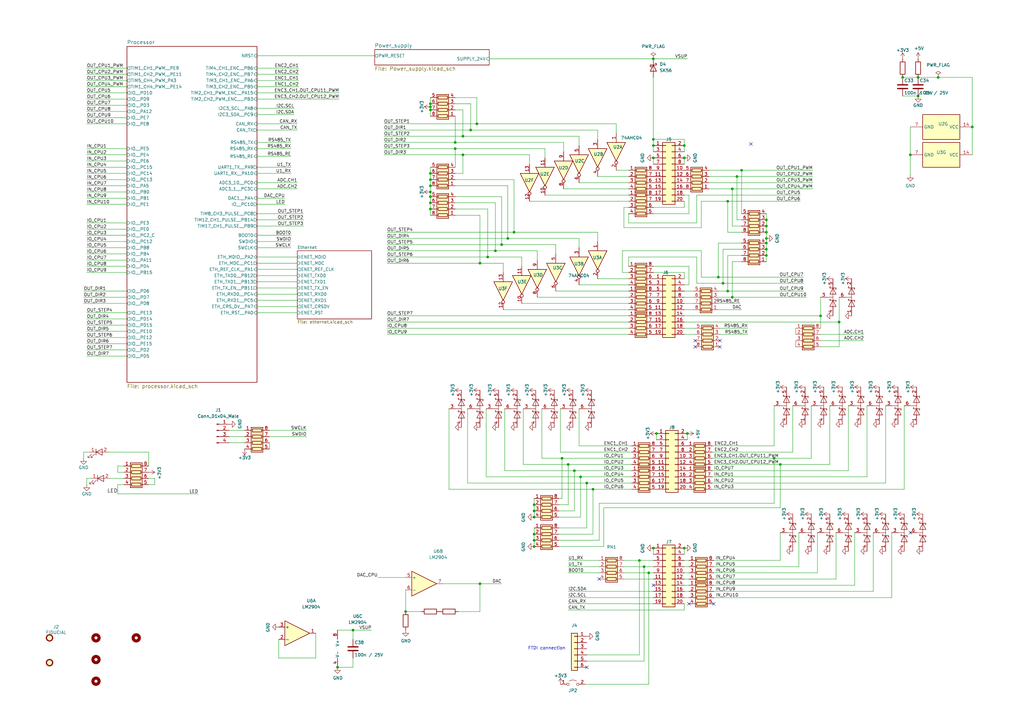
<source format=kicad_sch>
(kicad_sch (version 20231120) (generator "eeschema") (generator_version "8.0")
  (paper "A3")
  (title_block (title "Uni printer") (date "2021-02-20") (rev "4.0") (company "Kartech") (comment 1 "jaroslaw.karwik@gmail.com"))
  (junction (at 267.97 57.15))
  (junction (at 370.205 31.75))
  (junction (at 176.53 78.74))
  (junction (at 264.16 232.41))
  (junction (at 281.94 177.8))
  (junction (at 398.78 52.07))
  (junction (at 176.53 42.545))
  (junction (at 280.67 59.69))
  (junction (at 219.075 219.075))
  (junction (at 238.125 195.58))
  (junction (at 314.325 90.17))
  (junction (at 230.505 187.96))
  (junction (at 298.45 82.55))
  (junction (at 280.67 224.79))
  (junction (at 317.5 187.96))
  (junction (at 166.37 250.825))
  (junction (at 314.325 95.25))
  (junction (at 203.2 102.87))
  (junction (at 233.045 190.5))
  (junction (at 176.53 45.085))
  (junction (at 320.04 190.5))
  (junction (at 373.38 63.5))
  (junction (at 262.255 229.87))
  (junction (at 144.78 258.445))
  (junction (at 176.53 73.66))
  (junction (at 176.53 83.185))
  (junction (at 300.355 77.47))
  (junction (at 208.28 97.79))
  (junction (at 304.165 69.85))
  (junction (at 219.075 207.01))
  (junction (at 336.55 129.54))
  (junction (at 269.24 177.8))
  (junction (at 314.325 97.79))
  (junction (at 219.075 221.615))
  (junction (at 314.325 99.695))
  (junction (at 267.97 59.69))
  (junction (at 235.585 193.04))
  (junction (at 219.075 212.09))
  (junction (at 196.85 107.95))
  (junction (at 280.67 64.77))
  (junction (at 298.45 119.38))
  (junction (at 267.97 64.77))
  (junction (at 240.665 198.12))
  (junction (at 314.325 104.775))
  (junction (at 219.075 224.155))
  (junction (at 344.17 132.08))
  (junction (at 266.065 234.95))
  (junction (at 186.69 58.42))
  (junction (at 176.53 76.2))
  (junction (at 314.325 92.71))
  (junction (at 314.325 102.235))
  (junction (at 189.865 63.5))
  (junction (at 243.205 200.66))
  (junction (at 376.555 39.37))
  (junction (at 267.97 224.79))
  (junction (at 267.97 24.13))
  (junction (at 176.53 80.645))
  (junction (at 176.53 71.12))
  (junction (at 300.355 121.92))
  (junction (at 384.81 31.75))
  (junction (at 200.025 105.41))
  (junction (at 294.64 113.665))
  (junction (at 376.555 31.75))
  (junction (at 302.26 72.39))
  (junction (at 176.53 85.725))
  (junction (at 296.545 116.205))
  (junction (at 210.82 95.25))
  (junction (at 186.69 60.96))
  (junction (at 193.04 53.34))
  (junction (at 205.74 100.33))
  (junction (at 176.53 43.815))
  (junction (at 138.43 273.685))
  (junction (at 195.58 50.8))
  (junction (at 189.865 55.88))
  (junction (at 219.075 209.55))
  (junction (at 196.85 239.395))
  (no_connect (at 267.97 240.03))
  (no_connect (at 282.575 247.65))
  (no_connect (at 292.735 247.65))
  (no_connect (at 373.38 218.44))
  (no_connect (at 245.745 237.49))
  (no_connect (at 285.115 139.7))
  (no_connect (at 285.115 142.24))
  (no_connect (at 295.275 139.7))
  (no_connect (at 295.275 142.24))
  (no_connect (at 240.665 273.685))
  (no_connect (at 307.975 59.055))
  (wire (pts (xy 365.76 245.11) (xy 365.76 218.44)))
  (wire (pts (xy 195.58 50.8) (xy 252.73 50.8)))
  (wire (pts (xy 354.33 139.7) (xy 336.55 139.7)))
  (wire (pts (xy 93.98 181.61) (xy 100.33 181.61)))
  (wire (pts (xy 219.075 207.01) (xy 219.075 209.55)))
  (wire (pts (xy 317.5 187.96) (xy 317.5 206.375)))
  (wire (pts (xy 233.045 207.01) (xy 233.045 190.5)))
  (wire (pts (xy 347.98 166.37) (xy 347.98 193.04)))
  (wire (pts (xy 200.025 105.41) (xy 213.995 105.41)))
  (wire (pts (xy 176.53 42.545) (xy 176.53 43.815)))
  (wire (pts (xy 255.905 229.87) (xy 262.255 229.87)))
  (wire (pts (xy 240.03 280.67) (xy 266.065 280.67)))
  (wire (pts (xy 158.75 97.79) (xy 208.28 97.79)))
  (wire (pts (xy 280.67 57.15) (xy 267.97 57.15)))
  (wire (pts (xy 208.28 76.2) (xy 208.28 97.79)))
  (wire (pts (xy 292.1 187.96) (xy 317.5 187.96)))
  (wire (pts (xy 35.56 33.02) (xy 52.07 33.02)))
  (wire (pts (xy 210.82 95.25) (xy 245.11 95.25)))
  (wire (pts (xy 52.07 43.18) (xy 35.56 43.18)))
  (wire (pts (xy 105.41 77.47) (xy 121.92 77.47)))
  (wire (pts (xy 336.55 129.54) (xy 336.55 134.62)))
  (wire (pts (xy 35.56 109.22) (xy 52.07 109.22)))
  (wire (pts (xy 186.69 73.66) (xy 210.82 73.66)))
  (wire (pts (xy 287.655 93.345) (xy 287.655 82.55)))
  (wire (pts (xy 285.75 116.205) (xy 285.75 105.41)))
  (wire (pts (xy 35.56 60.96) (xy 52.07 60.96)))
  (wire (pts (xy 193.04 53.34) (xy 245.11 53.34)))
  (wire (pts (xy 294.64 124.46) (xy 303.53 124.46)))
  (wire (pts (xy 300.355 92.71) (xy 300.355 77.47)))
  (wire (pts (xy 314.325 90.17) (xy 314.325 92.71)))
  (wire (pts (xy 294.64 99.695) (xy 294.64 113.665)))
  (wire (pts (xy 332.74 166.37) (xy 332.74 187.96)))
  (wire (pts (xy 60.96 196.215) (xy 63.5 196.215)))
  (wire (pts (xy 35.56 83.82) (xy 52.07 83.82)))
  (wire (pts (xy 186.69 71.12) (xy 189.865 71.12)))
  (wire (pts (xy 267.97 31.75) (xy 267.97 57.15)))
  (wire (pts (xy 237.49 74.93) (xy 257.81 74.93)))
  (wire (pts (xy 105.41 50.8) (xy 121.92 50.8)))
  (wire (pts (xy 34.29 124.46) (xy 52.07 124.46)))
  (wire (pts (xy 105.41 110.49) (xy 121.92 110.49)))
  (wire (pts (xy 245.11 53.34) (xy 245.11 57.15)))
  (wire (pts (xy 45.085 196.215) (xy 50.8 196.215)))
  (wire (pts (xy 255.27 111.76) (xy 257.81 111.76)))
  (wire (pts (xy 304.165 99.695) (xy 294.64 99.695)))
  (wire (pts (xy 262.255 229.87) (xy 262.255 268.605)))
  (wire (pts (xy 52.07 30.48) (xy 35.56 30.48)))
  (wire (pts (xy 284.48 119.38) (xy 280.67 119.38)))
  (wire (pts (xy 176.53 76.2) (xy 176.53 78.74)))
  (wire (pts (xy 266.065 234.95) (xy 267.97 234.95)))
  (wire (pts (xy 157.48 55.88) (xy 189.865 55.88)))
  (wire (pts (xy 229.235 212.09) (xy 238.125 212.09)))
  (wire (pts (xy 237.49 97.79) (xy 237.49 101.6)))
  (wire (pts (xy 237.49 182.88) (xy 259.08 182.88)))
  (wire (pts (xy 280.67 57.15) (xy 280.67 59.69)))
  (wire (pts (xy 280.67 116.84) (xy 282.575 116.84)))
  (wire (pts (xy 203.2 102.87) (xy 220.345 102.87)))
  (wire (pts (xy 294.64 121.92) (xy 300.355 121.92)))
  (wire (pts (xy 280.67 121.92) (xy 284.48 121.92)))
  (wire (pts (xy 158.75 100.33) (xy 205.74 100.33)))
  (wire (pts (xy 213.995 124.46) (xy 257.81 124.46)))
  (wire (pts (xy 50.8 198.755) (xy 48.26 198.755)))
  (wire (pts (xy 210.82 73.66) (xy 210.82 95.25)))
  (wire (pts (xy 60.96 191.135) (xy 60.96 185.42)))
  (wire (pts (xy 231.14 58.42) (xy 231.14 62.23)))
  (wire (pts (xy 233.045 242.57) (xy 267.97 242.57)))
  (wire (pts (xy 373.38 52.07) (xy 373.38 63.5)))
  (wire (pts (xy 245.11 114.3) (xy 257.81 114.3)))
  (wire (pts (xy 304.165 102.235) (xy 296.545 102.235)))
  (wire (pts (xy 328.295 80.01) (xy 285.75 80.01)))
  (wire (pts (xy 60.96 185.42) (xy 44.45 185.42)))
  (wire (pts (xy 292.735 234.95) (xy 335.28 234.95)))
  (wire (pts (xy 48.26 198.755) (xy 48.26 202.565)))
  (wire (pts (xy 280.67 85.09) (xy 280.67 82.55)))
  (wire (pts (xy 166.37 236.855) (xy 154.94 236.855)))
  (wire (pts (xy 252.73 50.8) (xy 252.73 54.61)))
  (wire (pts (xy 114.3 269.875) (xy 114.3 262.255)))
  (wire (pts (xy 196.85 107.95) (xy 206.375 107.95)))
  (wire (pts (xy 302.26 90.17) (xy 302.26 72.39)))
  (wire (pts (xy 219.075 204.47) (xy 219.075 207.01)))
  (wire (pts (xy 252.73 69.85) (xy 257.81 69.85)))
  (wire (pts (xy 105.41 40.64) (xy 139.065 40.64)))
  (wire (pts (xy 181.61 239.395) (xy 196.85 239.395)))
  (wire (pts (xy 281.94 177.8) (xy 281.94 180.34)))
  (wire (pts (xy 280.67 224.79) (xy 280.67 227.33)))
  (wire (pts (xy 294.64 127) (xy 304.165 127)))
  (wire (pts (xy 48.26 193.675) (xy 50.8 193.675)))
  (wire (pts (xy 317.5 187.96) (xy 332.74 187.96)))
  (wire (pts (xy 314.325 95.25) (xy 314.325 97.79)))
  (wire (pts (xy 290.83 74.93) (xy 333.375 74.93)))
  (wire (pts (xy 105.41 38.1) (xy 139.065 38.1)))
  (wire (pts (xy 376.555 31.75) (xy 384.81 31.75)))
  (wire (pts (xy 34.29 121.92) (xy 52.07 121.92)))
  (wire (pts (xy 333.375 69.85) (xy 304.165 69.85)))
  (wire (pts (xy 158.75 137.16) (xy 257.81 137.16)))
  (wire (pts (xy 280.67 59.69) (xy 280.67 62.23)))
  (wire (pts (xy 176.53 43.815) (xy 176.53 45.085)))
  (wire (pts (xy 264.16 271.145) (xy 240.665 271.145)))
  (wire (pts (xy 176.53 40.005) (xy 176.53 42.545)))
  (wire (pts (xy 206.375 107.95) (xy 206.375 111.76)))
  (wire (pts (xy 344.17 132.08) (xy 344.17 142.24)))
  (wire (pts (xy 229.235 224.155) (xy 247.65 224.155)))
  (wire (pts (xy 296.545 116.205) (xy 285.75 116.205)))
  (wire (pts (xy 220.345 102.87) (xy 220.345 106.68)))
  (wire (pts (xy 287.655 82.55) (xy 298.45 82.55)))
  (wire (pts (xy 314.325 97.79) (xy 314.325 99.695)))
  (wire (pts (xy 196.85 239.395) (xy 205.74 239.395)))
  (wire (pts (xy 186.69 83.185) (xy 203.2 83.185)))
  (wire (pts (xy 186.69 58.42) (xy 231.14 58.42)))
  (wire (pts (xy 153.67 22.86) (xy 105.41 22.86)))
  (wire (pts (xy 320.04 208.28) (xy 320.04 190.5)))
  (wire (pts (xy 186.69 42.545) (xy 193.04 42.545)))
  (wire (pts (xy 280.67 124.46) (xy 284.48 124.46)))
  (wire (pts (xy 191.77 198.12) (xy 240.665 198.12)))
  (wire (pts (xy 243.205 200.66) (xy 259.08 200.66)))
  (wire (pts (xy 280.67 132.08) (xy 344.17 132.08)))
  (wire (pts (xy 280.67 134.62) (xy 285.115 134.62)))
  (wire (pts (xy 329.565 116.205) (xy 296.545 116.205)))
  (wire (pts (xy 93.98 179.07) (xy 100.33 179.07)))
  (wire (pts (xy 229.235 221.615) (xy 245.745 221.615)))
  (wire (pts (xy 105.41 123.19) (xy 121.92 123.19)))
  (wire (pts (xy 314.325 104.775) (xy 314.325 107.315)))
  (wire (pts (xy 282.575 242.57) (xy 280.67 242.57)))
  (wire (pts (xy 292.735 232.41) (xy 327.66 232.41)))
  (wire (pts (xy 233.045 190.5) (xy 259.08 190.5)))
  (wire (pts (xy 314.325 102.235) (xy 314.325 104.775)))
  (wire (pts (xy 189.865 45.085) (xy 189.865 55.88)))
  (wire (pts (xy 157.48 53.34) (xy 193.04 53.34)))
  (wire (pts (xy 255.905 93.345) (xy 287.655 93.345)))
  (wire (pts (xy 35.56 81.28) (xy 52.07 81.28)))
  (wire (pts (xy 184.15 200.66) (xy 184.15 167.64)))
  (wire (pts (xy 255.27 102.87) (xy 255.27 111.76)))
  (wire (pts (xy 282.575 240.03) (xy 280.67 240.03)))
  (wire (pts (xy 267.97 24.13) (xy 281.94 24.13)))
  (wire (pts (xy 205.74 100.33) (xy 227.965 100.33)))
  (wire (pts (xy 384.81 31.75) (xy 398.78 31.75)))
  (wire (pts (xy 237.49 55.88) (xy 237.49 59.69)))
  (wire (pts (xy 219.075 216.535) (xy 219.075 219.075)))
  (wire (pts (xy 287.655 113.665) (xy 287.655 102.87)))
  (wire (pts (xy 292.1 193.04) (xy 347.98 193.04)))
  (wire (pts (xy 158.75 102.87) (xy 203.2 102.87)))
  (wire (pts (xy 302.26 72.39) (xy 333.375 72.39)))
  (wire (pts (xy 105.41 46.99) (xy 120.65 46.99)))
  (wire (pts (xy 292.1 185.42) (xy 325.12 185.42)))
  (wire (pts (xy 243.205 219.075) (xy 243.205 200.66)))
  (wire (pts (xy 267.97 87.63) (xy 282.575 87.63)))
  (wire (pts (xy 52.07 45.72) (xy 35.56 45.72)))
  (wire (pts (xy 105.41 125.73) (xy 121.92 125.73)))
  (wire (pts (xy 52.07 35.56) (xy 35.56 35.56)))
  (wire (pts (xy 35.56 27.94) (xy 52.07 27.94)))
  (wire (pts (xy 282.575 80.01) (xy 280.67 80.01)))
  (wire (pts (xy 298.45 95.25) (xy 298.45 82.55)))
  (wire (pts (xy 230.505 187.96) (xy 259.08 187.96)))
  (wire (pts (xy 35.56 106.68) (xy 52.07 106.68)))
  (wire (pts (xy 189.865 71.12) (xy 189.865 63.5)))
  (wire (pts (xy 326.39 134.62) (xy 326.39 137.16)))
  (wire (pts (xy 36.83 185.42) (xy 34.29 185.42)))
  (wire (pts (xy 105.41 64.135) (xy 119.38 64.135)))
  (wire (pts (xy 105.41 71.12) (xy 119.38 71.12)))
  (wire (pts (xy 217.17 63.5) (xy 217.17 67.31)))
  (wire (pts (xy 245.745 229.87) (xy 233.045 229.87)))
  (wire (pts (xy 35.56 133.35) (xy 52.07 133.35)))
  (wire (pts (xy 219.075 221.615) (xy 219.075 224.155)))
  (wire (pts (xy 267.97 224.79) (xy 267.97 227.33)))
  (wire (pts (xy 233.045 250.19) (xy 280.67 250.19)))
  (wire (pts (xy 235.585 193.04) (xy 235.585 209.55)))
  (wire (pts (xy 282.575 229.87) (xy 280.67 229.87)))
  (wire (pts (xy 294.64 113.665) (xy 287.655 113.665)))
  (wire (pts (xy 292.1 200.66) (xy 370.84 200.66)))
  (wire (pts (xy 63.5 198.755) (xy 60.96 198.755)))
  (wire (pts (xy 314.325 99.695) (xy 314.325 102.235)))
  (wire (pts (xy 186.69 80.645) (xy 205.74 80.645)))
  (wire (pts (xy 292.735 245.11) (xy 365.76 245.11)))
  (wire (pts (xy 255.27 102.87) (xy 287.655 102.87)))
  (wire (pts (xy 238.125 195.58) (xy 238.125 212.09)))
  (wire (pts (xy 207.01 193.04) (xy 235.585 193.04)))
  (wire (pts (xy 267.97 111.76) (xy 280.67 111.76)))
  (wire (pts (xy 292.1 182.88) (xy 317.5 182.88)))
  (wire (pts (xy 350.52 240.03) (xy 350.52 218.44)))
  (wire (pts (xy 267.97 109.22) (xy 282.575 109.22)))
  (wire (pts (xy 35.56 101.6) (xy 52.07 101.6)))
  (wire (pts (xy 233.045 245.11) (xy 267.97 245.11)))
  (wire (pts (xy 35.56 130.81) (xy 52.07 130.81)))
  (wire (pts (xy 52.07 50.8) (xy 35.56 50.8)))
  (wire (pts (xy 110.49 179.07) (xy 125.73 179.07)))
  (wire (pts (xy 110.49 181.61) (xy 110.49 184.15)))
  (wire (pts (xy 176.53 80.645) (xy 176.53 83.185)))
  (wire (pts (xy 157.48 63.5) (xy 189.865 63.5)))
  (wire (pts (xy 222.25 167.64) (xy 222.25 187.96)))
  (wire (pts (xy 373.38 63.5) (xy 373.38 71.755)))
  (wire (pts (xy 336.55 121.92) (xy 336.55 129.54)))
  (wire (pts (xy 230.505 204.47) (xy 230.505 187.96)))
  (wire (pts (xy 37.465 196.215) (xy 35.56 196.215)))
  (wire (pts (xy 314.325 92.71) (xy 314.325 95.25)))
  (wire (pts (xy 240.665 198.12) (xy 259.08 198.12)))
  (wire (pts (xy 290.83 72.39) (xy 302.26 72.39)))
  (wire (pts (xy 229.235 209.55) (xy 235.585 209.55)))
  (wire (pts (xy 264.16 232.41) (xy 264.16 271.145)))
  (wire (pts (xy 304.165 90.17) (xy 302.26 90.17)))
  (wire (pts (xy 186.69 85.725) (xy 200.025 85.725)))
  (wire (pts (xy 222.25 187.96) (xy 230.505 187.96)))
  (wire (pts (xy 266.065 234.95) (xy 266.065 280.67)))
  (wire (pts (xy 370.205 31.75) (xy 376.555 31.75)))
  (wire (pts (xy 282.575 87.63) (xy 282.575 80.01)))
  (wire (pts (xy 144.78 269.875) (xy 144.78 273.685)))
  (wire (pts (xy 223.52 60.96) (xy 223.52 64.77)))
  (wire (pts (xy 105.41 30.48) (xy 122.555 30.48)))
  (wire (pts (xy 292.1 198.12) (xy 363.22 198.12)))
  (wire (pts (xy 93.98 176.53) (xy 100.33 176.53)))
  (wire (pts (xy 269.24 177.8) (xy 269.24 180.34)))
  (wire (pts (xy 105.41 113.03) (xy 121.92 113.03)))
  (wire (pts (xy 105.41 128.27) (xy 121.92 128.27)))
  (wire (pts (xy 35.56 99.06) (xy 52.07 99.06)))
  (wire (pts (xy 105.41 115.57) (xy 121.92 115.57)))
  (wire (pts (xy 138.43 273.685) (xy 144.78 273.685)))
  (wire (pts (xy 229.235 219.075) (xy 243.205 219.075)))
  (wire (pts (xy 138.43 258.445) (xy 144.78 258.445)))
  (wire (pts (xy 52.07 48.26) (xy 35.56 48.26)))
  (wire (pts (xy 166.37 241.935) (xy 166.37 250.825)))
  (wire (pts (xy 35.56 196.215) (xy 35.56 198.755)))
  (wire (pts (xy 292.735 229.87) (xy 320.04 229.87)))
  (wire (pts (xy 105.41 60.96) (xy 119.38 60.96)))
  (wire (pts (xy 144.78 258.445) (xy 152.4 258.445)))
  (wire (pts (xy 257.81 87.63) (xy 257.81 91.44)))
  (wire (pts (xy 284.48 127) (xy 280.67 127)))
  (wire (pts (xy 35.56 146.05) (xy 52.07 146.05)))
  (wire (pts (xy 219.075 209.55) (xy 219.075 212.09)))
  (wire (pts (xy 255.905 93.345) (xy 255.905 85.09)))
  (wire (pts (xy 354.33 137.16) (xy 336.55 137.16)))
  (wire (pts (xy 129.54 259.715) (xy 129.54 269.875)))
  (wire (pts (xy 304.165 107.315) (xy 300.355 107.315)))
  (wire (pts (xy 237.49 167.64) (xy 237.49 182.88)))
  (wire (pts (xy 285.75 80.01) (xy 285.75 91.44)))
  (wire (pts (xy 35.56 91.44) (xy 52.07 91.44)))
  (wire (pts (xy 294.64 113.665) (xy 329.565 113.665)))
  (wire (pts (xy 208.28 97.79) (xy 237.49 97.79)))
  (wire (pts (xy 186.69 47.625) (xy 186.69 58.42)))
  (wire (pts (xy 176.53 78.74) (xy 176.53 80.645)))
  (wire (pts (xy 35.56 76.2) (xy 52.07 76.2)))
  (wire (pts (xy 35.56 68.58) (xy 52.07 68.58)))
  (wire (pts (xy 245.11 72.39) (xy 257.81 72.39)))
  (wire (pts (xy 35.56 135.89) (xy 52.07 135.89)))
  (wire (pts (xy 176.53 45.085) (xy 176.53 47.625)))
  (wire (pts (xy 264.16 232.41) (xy 267.97 232.41)))
  (wire (pts (xy 292.735 237.49) (xy 342.9 237.49)))
  (wire (pts (xy 35.56 138.43) (xy 52.07 138.43)))
  (wire (pts (xy 206.375 127) (xy 257.81 127)))
  (wire (pts (xy 105.41 118.11) (xy 121.92 118.11)))
  (wire (pts (xy 195.58 40.005) (xy 195.58 50.8)))
  (wire (pts (xy 237.49 116.84) (xy 257.81 116.84)))
  (wire (pts (xy 300.355 107.315) (xy 300.355 121.92)))
  (wire (pts (xy 344.17 121.92) (xy 344.17 132.08)))
  (wire (pts (xy 233.045 247.65) (xy 267.97 247.65)))
  (wire (pts (xy 158.75 107.95) (xy 196.85 107.95)))
  (wire (pts (xy 176.53 83.185) (xy 176.53 85.725)))
  (wire (pts (xy 48.26 191.135) (xy 50.8 191.135)))
  (wire (pts (xy 255.905 85.09) (xy 257.81 85.09)))
  (wire (pts (xy 199.39 195.58) (xy 199.39 167.64)))
  (wire (pts (xy 292.1 190.5) (xy 320.04 190.5)))
  (wire (pts (xy 35.56 63.5) (xy 52.07 63.5)))
  (wire (pts (xy 229.87 185.42) (xy 259.08 185.42)))
  (wire (pts (xy 304.165 104.775) (xy 298.45 104.775)))
  (wire (pts (xy 110.49 176.53) (xy 125.73 176.53)))
  (wire (pts (xy 296.545 102.235) (xy 296.545 116.205)))
  (wire (pts (xy 340.36 166.37) (xy 340.36 190.5)))
  (wire (pts (xy 158.75 134.62) (xy 257.81 134.62)))
  (wire (pts (xy 196.85 88.265) (xy 196.85 107.95)))
  (wire (pts (xy 304.165 69.85) (xy 304.165 87.63)))
  (wire (pts (xy 227.965 100.33) (xy 227.965 104.14)))
  (wire (pts (xy 193.04 42.545) (xy 193.04 53.34)))
  (wire (pts (xy 48.26 202.565) (xy 81.28 202.565)))
  (wire (pts (xy 298.45 104.775) (xy 298.45 119.38)))
  (wire (pts (xy 398.78 52.07) (xy 398.78 31.75)))
  (wire (pts (xy 105.41 99.06) (xy 119.38 99.06)))
  (wire (pts (xy 245.11 95.25) (xy 245.11 99.06)))
  (wire (pts (xy 245.745 206.375) (xy 317.5 206.375)))
  (wire (pts (xy 229.235 207.01) (xy 233.045 207.01)))
  (wire (pts (xy 223.52 80.01) (xy 257.81 80.01)))
  (wire (pts (xy 199.39 195.58) (xy 238.125 195.58)))
  (wire (pts (xy 35.56 111.76) (xy 52.07 111.76)))
  (wire (pts (xy 105.41 33.02) (xy 122.555 33.02)))
  (wire (pts (xy 267.97 64.77) (xy 267.97 67.31)))
  (wire (pts (xy 207.01 167.64) (xy 207.01 193.04)))
  (wire (pts (xy 314.325 87.63) (xy 314.325 90.17)))
  (wire (pts (xy 229.87 167.64) (xy 229.87 185.42)))
  (wire (pts (xy 189.865 63.5) (xy 217.17 63.5)))
  (wire (pts (xy 186.69 60.96) (xy 186.69 68.58)))
  (wire (pts (xy 262.255 268.605) (xy 240.665 268.605)))
  (wire (pts (xy 231.14 77.47) (xy 257.81 77.47)))
  (wire (pts (xy 34.29 119.38) (xy 52.07 119.38)))
  (wire (pts (xy 35.56 140.97) (xy 52.07 140.97)))
  (wire (pts (xy 280.67 129.54) (xy 336.55 129.54)))
  (wire (pts (xy 298.45 119.38) (xy 329.565 119.38)))
  (wire (pts (xy 213.995 105.41) (xy 213.995 109.22)))
  (wire (pts (xy 247.65 208.28) (xy 320.04 208.28)))
  (wire (pts (xy 158.75 95.25) (xy 210.82 95.25)))
  (wire (pts (xy 105.41 101.6) (xy 119.38 101.6)))
  (wire (pts (xy 105.41 74.93) (xy 121.92 74.93)))
  (wire (pts (xy 129.54 269.875) (xy 114.3 269.875)))
  (wire (pts (xy 63.5 196.215) (xy 63.5 198.755)))
  (wire (pts (xy 326.39 139.7) (xy 326.39 142.24)))
  (wire (pts (xy 214.63 190.5) (xy 233.045 190.5)))
  (wire (pts (xy 189.865 55.88) (xy 237.49 55.88)))
  (wire (pts (xy 282.575 245.11) (xy 280.67 245.11)))
  (wire (pts (xy 105.41 105.41) (xy 121.92 105.41)))
  (wire (pts (xy 255.905 237.49) (xy 267.97 237.49)))
  (wire (pts (xy 306.705 137.16) (xy 295.275 137.16)))
  (wire (pts (xy 35.56 143.51) (xy 52.07 143.51)))
  (wire (pts (xy 298.45 82.55) (xy 328.295 82.55)))
  (wire (pts (xy 35.56 66.04) (xy 52.07 66.04)))
  (wire (pts (xy 105.41 120.65) (xy 121.92 120.65)))
  (wire (pts (xy 191.77 167.64) (xy 191.77 198.12)))
  (wire (pts (xy 105.41 87.63) (xy 124.46 87.63)))
  (wire (pts (xy 355.6 166.37) (xy 355.6 195.58)))
  (wire (pts (xy 158.75 132.08) (xy 257.81 132.08)))
  (wire (pts (xy 304.165 95.25) (xy 298.45 95.25)))
  (wire (pts (xy 282.575 234.95) (xy 280.67 234.95)))
  (wire (pts (xy 370.84 166.37) (xy 370.84 200.66)))
  (wire (pts (xy 52.07 38.1) (xy 35.56 38.1)))
  (wire (pts (xy 186.69 60.96) (xy 223.52 60.96)))
  (wire (pts (xy 233.045 232.41) (xy 245.745 232.41)))
  (wire (pts (xy 220.345 121.92) (xy 257.81 121.92)))
  (wire (pts (xy 105.41 27.94) (xy 122.555 27.94)))
  (wire (pts (xy 292.1 195.58) (xy 355.6 195.58)))
  (wire (pts (xy 267.97 59.69) (xy 267.97 62.23)))
  (wire (pts (xy 187.96 250.825) (xy 196.85 250.825)))
  (wire (pts (xy 105.41 58.42) (xy 119.38 58.42)))
  (wire (pts (xy 158.75 105.41) (xy 200.025 105.41)))
  (wire (pts (xy 257.81 105.41) (xy 285.75 105.41)))
  (wire (pts (xy 235.585 193.04) (xy 259.08 193.04)))
  (wire (pts (xy 196.85 239.395) (xy 196.85 250.825)))
  (wire (pts (xy 105.41 92.71) (xy 124.46 92.71)))
  (wire (pts (xy 200.025 85.725) (xy 200.025 105.41)))
  (wire (pts (xy 105.41 90.17) (xy 124.46 90.17)))
  (wire (pts (xy 267.97 57.15) (xy 267.97 59.69)))
  (wire (pts (xy 255.905 234.95) (xy 266.065 234.95)))
  (wire (pts (xy 294.64 119.38) (xy 298.45 119.38)))
  (wire (pts (xy 304.165 69.85) (xy 290.83 69.85)))
  (wire (pts (xy 186.69 40.005) (xy 195.58 40.005)))
  (wire (pts (xy 219.075 219.075) (xy 219.075 221.615)))
  (wire (pts (xy 144.78 262.255) (xy 144.78 258.445)))
  (wire (pts (xy 317.5 166.37) (xy 317.5 182.88)))
  (wire (pts (xy 327.66 232.41) (xy 327.66 218.44)))
  (wire (pts (xy 184.15 200.66) (xy 243.205 200.66)))
  (wire (pts (xy 105.41 53.34) (xy 121.92 53.34)))
  (wire (pts (xy 105.41 68.58) (xy 119.38 68.58)))
  (wire (pts (xy 257.81 91.44) (xy 285.75 91.44)))
  (wire (pts (xy 176.53 85.725) (xy 176.53 88.265)))
  (wire (pts (xy 105.41 44.45) (xy 120.65 44.45)))
  (wire (pts (xy 306.705 134.62) (xy 295.275 134.62)))
  (wire (pts (xy 300.355 121.92) (xy 330.835 121.92)))
  (wire (pts (xy 35.56 78.74) (xy 52.07 78.74)))
  (wire (pts (xy 240.665 216.535) (xy 240.665 198.12)))
  (wire (pts (xy 282.575 232.41) (xy 280.67 232.41)))
  (wire (pts (xy 342.9 237.49) (xy 342.9 218.44)))
  (wire (pts (xy 255.905 232.41) (xy 264.16 232.41)))
  (wire (pts (xy 157.48 50.8) (xy 195.58 50.8)))
  (wire (pts (xy 292.735 240.03) (xy 350.52 240.03)))
  (wire (pts (xy 158.75 129.54) (xy 257.81 129.54)))
  (wire (pts (xy 214.63 167.64) (xy 214.63 190.5)))
  (wire (pts (xy 262.255 229.87) (xy 267.97 229.87)))
  (wire (pts (xy 186.69 45.085) (xy 189.865 45.085)))
  (wire (pts (xy 290.83 77.47) (xy 300.355 77.47)))
  (wire (pts (xy 238.125 195.58) (xy 259.08 195.58)))
  (wire (pts (xy 157.48 58.42) (xy 186.69 58.42)))
  (wire (pts (xy 35.56 96.52) (xy 52.07 96.52)))
  (wire (pts (xy 335.28 234.95) (xy 335.28 218.44)))
  (wire (pts (xy 280.67 250.19) (xy 280.67 247.65)))
  (wire (pts (xy 35.56 104.14) (xy 52.07 104.14)))
  (wire (pts (xy 320.04 229.87) (xy 320.04 218.44)))
  (wire (pts (xy 205.74 80.645) (xy 205.74 100.33)))
  (wire (pts (xy 35.56 71.12) (xy 52.07 71.12)))
  (wire (pts (xy 304.165 92.71) (xy 300.355 92.71)))
  (wire (pts (xy 200.66 24.13) (xy 267.97 24.13)))
  (wire (pts (xy 282.575 237.49) (xy 280.67 237.49)))
  (wire (pts (xy 229.235 204.47) (xy 230.505 204.47)))
  (wire (pts (xy 358.14 218.44) (xy 358.14 242.57)))
  (wire (pts (xy 247.65 224.155) (xy 247.65 208.28)))
  (wire (pts (xy 280.67 111.76) (xy 280.67 114.3)))
  (wire (pts (xy 176.53 71.12) (xy 176.53 73.66)))
  (wire (pts (xy 35.56 128.27) (xy 52.07 128.27)))
  (wire (pts (xy 48.26 191.135) (xy 48.26 193.675)))
  (wire (pts (xy 245.745 221.615) (xy 245.745 206.375)))
  (wire (pts (xy 282.575 109.22) (xy 282.575 116.84)))
  (wire (pts (xy 344.17 142.24) (xy 336.55 142.24)))
  (wire (pts (xy 280.67 137.16) (xy 285.115 137.16)))
  (wire (pts (xy 105.41 81.28) (xy 116.84 81.28)))
  (wire (pts (xy 34.29 185.42) (xy 34.29 187.96)))
  (wire (pts (xy 166.37 250.825) (xy 172.72 250.825)))
  (wire (pts (xy 105.41 107.95) (xy 121.92 107.95)))
  (wire (pts (xy 186.69 88.265) (xy 196.85 88.265)))
  (wire (pts (xy 257.81 105.41) (xy 257.81 109.22)))
  (wire (pts (xy 300.355 77.47) (xy 333.375 77.47)))
  (wire (pts (xy 217.17 82.55) (xy 257.81 82.55)))
  (wire (pts (xy 363.22 166.37) (xy 363.22 198.12)))
  (wire (pts (xy 203.2 83.185) (xy 203.2 102.87)))
  (wire (pts (xy 176.53 68.58) (xy 176.53 71.12)))
  (wire (pts (xy 292.735 242.57) (xy 358.14 242.57)))
  (wire (pts (xy 320.04 190.5) (xy 340.36 190.5)))
  (wire (pts (xy 267.97 85.09) (xy 280.67 85.09)))
  (wire (pts (xy 229.235 216.535) (xy 240.665 216.535)))
  (wire (pts (xy 176.53 73.66) (xy 176.53 76.2)))
  (wire (pts (xy 245.745 234.95) (xy 233.045 234.95)))
  (wire (pts (xy 35.56 73.66) (xy 52.07 73.66)))
  (wire (pts (xy 105.41 35.56) (xy 122.555 35.56)))
  (wire (pts (xy 280.67 64.77) (xy 280.67 67.31)))
  (wire (pts (xy 35.56 93.98) (xy 52.07 93.98)))
  (wire (pts (xy 157.48 60.96) (xy 186.69 60.96)))
  (wire (pts (xy 35.56 40.64) (xy 52.07 40.64)))
  (wire (pts (xy 227.965 119.38) (xy 257.81 119.38)))
  (wire (pts (xy 105.41 96.52) (xy 119.38 96.52)))
  (wire (pts (xy 325.12 166.37) (xy 325.12 185.42)))
  (wire (pts (xy 186.69 76.2) (xy 208.28 76.2)))
  (wire (pts (xy 370.205 39.37) (xy 376.555 39.37)))
  (wire (pts (xy 105.41 83.82) (xy 116.84 83.82)))
  (wire (pts (xy 398.78 63.5) (xy 398.78 52.07)))
  (text "FTDI connection" (at 216.535 266.7 0) (effects (font (size 1.27 1.27)) (justify left bottom)))
  (label "OUT_CPU3_PWM" (at 35.56 33.02 0))
  (label "RS485_RE" (at 303.53 124.46 180))
  (label "ENC2_CH2" (at 122.555 30.48 180))
  (label "OUT_DIR2" (at 157.48 58.42 0))
  (label "ENC1_CH1" (at 247.65 182.88 0))
  (label "OUT_CPU1_PWM" (at 35.56 27.94 0))
  (label "IO_CPU9" (at 158.75 137.16 0))
  (label "ENC1_CH2" (at 122.555 35.56 180))
  (label "OUT_STEP4" (at 35.56 128.27 0))
  (label "OUT_DIR7" (at 158.75 132.08 0))
  (label "IO_CPU6" (at 247.65 200.66 0))
  (label "ADC.CH1" (at 121.92 74.93 180))
  (label "OUT_DIR4" (at 35.56 130.81 0))
  (label "IN_CPU6" (at 35.56 73.66 0))
  (label "OUT_STEP4" (at 158.75 95.25 0))
  (label "IN_CPU5" (at 35.56 71.12 0))
  (label "ENC2_CH1" (at 122.555 27.94 180))
  (label "RS485_TX" (at 306.705 137.16 180))
  (label "OUT_DIR7" (at 35.56 146.05 0))
  (label "OUT_CPU10" (at 330.835 121.92 180))
  (label "SWDIO" (at 119.38 99.06 180))
  (label "OUT_DIR1" (at 157.48 53.34 0))
  (label "IN_CPU2" (at 35.56 63.5 0))
  (label "IO_CPU3" (at 247.65 193.04 0))
  (label "DAC_CPU" (at 116.84 81.28 180))
  (label "IO_CPU2" (at 247.65 190.5 0))
  (label "OUT_CPU1_PWM" (at 333.375 69.85 180))
  (label "OUT_CPU9" (at 329.565 119.38 180))
  (label "IN_CPU8" (at 301.625 240.03 180))
  (label "ENC3_CH2.OUT_CPU12_PWM" (at 139.065 40.64 180))
  (label "DAC" (at 304.165 127 180))
  (label "OUT_STEP2" (at 124.46 90.17 180))
  (label "OUT_DIR4" (at 158.75 97.79 0))
  (label "ADC.CH1" (at 354.33 137.16 180))
  (label "VSUP" (at 281.94 24.13 180))
  (label "ENC3_CH2.OUT_CPU12_PWM" (at 319.405 190.5 180))
  (label "IN_CPU6" (at 301.625 234.95 180))
  (label "OUT_STEP5" (at 158.75 100.33 0))
  (label "IN_CPU3" (at 35.56 66.04 0))
  (label "BOOT0" (at 233.045 234.95 0) (effects (font (size 1.278 1.278))))
  (label "OUT_CPU6" (at 328.295 82.55 180))
  (label "LED" (at 81.28 202.565 180))
  (label "OUT_STEP7" (at 35.56 143.51 0))
  (label "IN_CPU1" (at 300.99 195.58 180))
  (label "IO_CPU8" (at 158.75 134.62 0))
  (label "IN_CPU3" (at 300.99 200.66 180))
  (label "IO_CPU9" (at 35.56 111.76 0))
  (label "I2C.SDA" (at 233.045 242.57 0))
  (label "OUT_STEP1" (at 124.46 87.63 180))
  (label "ENC1_CH2" (at 247.65 185.42 0))
  (label "IN_CPU4" (at 35.56 68.58 0))
  (label "OUT_DIR1" (at 34.29 119.38 0))
  (label "OUT_CPU5" (at 35.56 38.1 0))
  (label "U1_TX" (at 119.38 68.58 180))
  (label "OUT_STEP7" (at 158.75 129.54 0))
  (label "U1_TX" (at 233.045 232.41 0))
  (label "OUT_CPU8" (at 329.565 116.205 180))
  (label "IO_CPU5" (at 35.56 101.6 0))
  (label "IN_CPU4" (at 301.625 229.87 180))
  (label "IN_CPU9" (at 301.625 242.57 180))
  (label "OUT_CPU8" (at 35.56 45.72 0))
  (label "ADC.CH2" (at 121.92 77.47 180))
  (label "IO_CPU1" (at 35.56 91.44 0))
  (label "OUT_DIR5" (at 35.56 135.89 0))
  (label "OUT_DIR3" (at 157.48 63.5 0))
  (label "OUT_STEP1" (at 157.48 50.8 0))
  (label "CAN_TX" (at 233.045 250.19 0))
  (label "OUT_CPU9" (at 35.56 48.26 0))
  (label "OUT_DIR5" (at 158.75 102.87 0))
  (label "OUT_DIR6" (at 35.56 140.97 0))
  (label "IO_CPU3" (at 35.56 96.52 0))
  (label "ENC1_CH1" (at 122.555 33.02 180))
  (label "OUT_STEP5" (at 35.56 133.35 0))
  (label "IN_CPU1" (at 35.56 60.96 0))
  (label "IO_CPU7" (at 300.99 193.04 180))
  (label "OUT_CPU4_PWM" (at 35.56 35.56 0))
  (label "LED" (at 116.84 83.82 180))
  (label "OUT_STEP6" (at 158.75 105.41 0))
  (label "IO_CPU5" (at 247.65 198.12 0))
  (label "BOOT0" (at 119.38 96.52 180))
  (label "IN_CPU8" (at 35.56 78.74 0))
  (label "OUT_DIR2" (at 34.29 121.92 0))
  (label "ENC3_CH1.OUT_CPU11_PWM" (at 319.405 187.96 180))
  (label "OUT_STEP2" (at 157.48 55.88 0))
  (label "IO_CPU4" (at 247.65 195.58 0))
  (label "CAN_TX" (at 121.92 53.34 180))
  (label "OUT_STEP3" (at 124.46 92.71 180))
  (label "IO_CPU7" (at 35.56 106.68 0))
  (label "U1_RX" (at 119.38 71.12 180))
  (label "DAC" (at 205.74 239.395 180))
  (label "OUT_STEP6" (at 35.56 138.43 0))
  (label "OUT_DIR3" (at 34.29 124.46 0))
  (label "IN_CPU7" (at 35.56 76.2 0))
  (label "IN_CPU5" (at 301.625 232.41 180))
  (label "DAC_CPU" (at 154.94 236.855 180))
  (label "CAN_RX" (at 233.045 247.65 0))
  (label "IN_CPU10" (at 302.895 245.11 180))
  (label "OUT_CPU6" (at 35.56 40.64 0))
  (label "OUT_CPU2_PWM" (at 35.56 30.48 0))
  (label "OUT_CPU7" (at 329.565 113.665 180))
  (label "OUT_CPU7" (at 35.56 43.18 0))
  (label "U1_RX" (at 233.045 229.87 0))
  (label "CAN_RX" (at 121.92 50.8 180))
  (label "RS485_RX" (at 119.38 60.96 180))
  (label "SWDIO" (at 125.73 179.07 180))
  (label "OUT_CPU3_PWM" (at 333.375 74.93 180))
  (label "OUT_CPU5" (at 328.295 80.01 180))
  (label "IO_CPU8" (at 35.56 109.22 0))
  (label "IN_CPU2" (at 300.99 198.12 180))
  (label "ADC.CH2" (at 354.33 139.7 180))
  (label "SWCLK" (at 125.73 176.53 180))
  (label "ENC2_CH2" (at 302.895 185.42 180))
  (label "I2C.SDA" (at 120.65 46.99 180))
  (label "IN_CPU10" (at 35.56 83.82 0))
  (label "RS485_RE" (at 119.38 64.135 180))
  (label "IO_CPU4" (at 35.56 99.06 0))
  (label "SWCLK" (at 119.38 101.6 180))
  (label "ENC2_CH1" (at 302.895 182.88 180))
  (label "ENC3_CH1.OUT_CPU11_PWM" (at 139.065 38.1 180))
  (label "OUT_CPU10" (at 35.56 50.8 0))
  (label "VSUP" (at 152.4 258.445 180))
  (label "RS485_TX" (at 119.38 58.42 180))
  (label "IO_CPU2" (at 35.56 93.98 0))
  (label "IN_CPU9" (at 35.56 81.28 0))
  (label "OUT_DIR6" (at 158.75 107.95 0))
  (label "OUT_CPU2_PWM" (at 333.375 72.39 180))
  (label "IO_CPU6" (at 35.56 104.14 0))
  (label "I2C.SCL" (at 120.65 44.45 180))
  (label "IN_CPU7" (at 301.625 237.49 180))
  (label "I2C.SCL" (at 233.045 245.11 0))
  (label "IO_CPU1" (at 247.65 187.96 0))
  (label "OUT_CPU4_PWM" (at 333.375 77.47 180))
  (label "OUT_STEP3" (at 157.48 60.96 0))
  (label "LED" (at 48.26 202.565 180) (effects (font (size 1.524 1.524))))
  (label "RS485_RX" (at 306.705 134.62 180))
  (symbol (lib_id "Uni_Printer-rescue:Mounting_Hole-Sensor_tank_v1-rescue-Uni_General_v1-rescue-Uni_Printer_v1-rescue") (at 39.37 261.62 0) (unit 1)
    (property "Reference" "MK1" (effects (hide yes)))
    (property "Value" "Mounting_Hole" (effects (hide yes)))
    (property "Footprint" "MountingHole:MountingHole_3.2mm_M3" (effects (hide yes)))
  )
  (symbol (lib_id "Uni_Printer-rescue:Mounting_Hole-Sensor_tank_v1-rescue-Uni_General_v1-rescue-Uni_Printer_v1-rescue") (at 39.37 270.51 0) (unit 1)
    (property "Reference" "MK2" (effects (hide yes)))
    (property "Value" "Mounting_Hole" (effects (hide yes)))
    (property "Footprint" "MountingHole:MountingHole_3.2mm_M3" (effects (hide yes)))
  )
  (symbol (lib_id "Uni_Printer-rescue:Mounting_Hole-Sensor_tank_v1-rescue-Uni_General_v1-rescue-Uni_Printer_v1-rescue") (at 39.37 279.4 0) (unit 1)
    (property "Reference" "MK3" (effects (hide yes)))
    (property "Value" "Mounting_Hole" (effects (hide yes)))
    (property "Footprint" "MountingHole:MountingHole_3.2mm_M3" (effects (hide yes)))
  )
  (symbol (lib_id "Uni_Printer-rescue:Fiducial-Mechanical") (at 20.32 261.62 0) (unit 1) (in_bom no)
    (property "Reference" "J2" (at 23.0124 257.0988 0))
    (property "Value" "FIDUCIAL" (at 23.0124 259.4102 0))
    (property "Footprint" "Fiducials:Fiducial_1mm_Dia_2mm_Outer" (effects (hide yes)))
  )
  (symbol (lib_id "Uni_Printer-rescue:Fiducial-Mechanical") (at 20.32 271.78 0) (unit 1) (in_bom no)
    (property "Reference" "J3" (effects (hide yes)))
    (property "Value" "FIDUCIAL" (effects (hide yes)))
    (property "Footprint" "Fiducials:Fiducial_1mm_Dia_2mm_Outer" (effects (hide yes)))
  )
  (symbol (lib_id "Uni_Printer-rescue:Mounting_Hole-Sensor_tank_v1-rescue-Uni_General_v1-rescue-Uni_Printer_v1-rescue") (at 55.88 261.62 0) (unit 1)
    (property "Reference" "MK4" (effects (hide yes)))
    (property "Value" "Mounting_Hole" (effects (hide yes)))
    (property "Footprint" "MountingHole:MountingHole_3.2mm_M3" (effects (hide yes)))
  )
  (symbol (lib_id "Uni_Printer-rescue:D_Schottky_x4_BAV99S-RESCUE-step2cnc-Sensor_tank_v1-rescue-Uni_General_v1-rescue-Uni_Printer_v1-rescue") (at 212.09 167.64 270) (mirror x) (unit 1)
    (property "Reference" "D3" (effects (hide yes)))
    (property "Value" "D_Schottky_x4_BAV99S" (effects (hide yes)))
    (property "Footprint" "Package_TO_SOT_SMD:SOT-363_SC-70-6" (effects (hide yes)))
    (property "TME" "BAV99S.115" (effects (hide yes)))
  )
  (symbol (lib_id "Uni_Printer-rescue:GND-Sensor_tank_v1-rescue-Uni_General_v1-rescue-Uni_Printer_v1-rescue") (at 353.06 173.99 270) (mirror x) (unit 1)
    (property "Reference" "#PWR097" (effects (hide yes)))
    (property "Value" "GND" (effects (hide yes)))
  )
  (symbol (lib_id "Uni_Printer-rescue:R-Device") (at 176.53 250.825 90) (unit 1)
    (property "Reference" "R18" (effects (hide yes)))
    (property "Value" "2k2" (effects (hide yes)))
    (property "Footprint" "Resistor_SMD:R_0603_1608Metric" (effects (hide yes)))
  )
  (symbol (lib_id "Uni_Printer-rescue:GND-Sensor_tank_v1-rescue-Uni_General_v1-rescue-Uni_Printer_v1-rescue") (at 204.47 175.26 270) (mirror x) (unit 1)
    (property "Reference" "#PWR017" (effects (hide yes)))
    (property "Value" "GND" (effects (hide yes)))
  )
  (symbol (lib_id "power:+3V3") (at 341.63 114.3 90) (unit 1)
    (property "Reference" "#PWR014" (effects (hide yes)))
    (property "Value" "+3V3" (at 338.074 114.3 0))
  )
  (symbol (lib_id "Jumper:Jumper_2_Open") (at 234.95 280.67 0) (unit 1)
    (property "Reference" "JP2" (at 234.95 283.21 0))
    (property "Value" "Jumper_2_Open" (effects (hide yes)))
    (property "Footprint" "Connector_PinSocket_2.54mm:PinSocket_1x02_P2.54mm_Vertical" (effects (hide yes)))
  )
  (symbol (lib_id "power:GND") (at 240.665 260.985 90) (unit 1)
    (property "Reference" "#PWR0172" (effects (hide yes)))
    (property "Value" "GND" (at 245.0592 260.858 0))
  )
  (symbol (lib_id "power:GND") (at 280.67 224.79 90) (unit 1)
    (property "Reference" "#PWR09" (effects (hide yes)))
    (property "Value" "GND" (at 285.0642 224.663 0))
  )
  (symbol (lib_id "mfc_base_lib:GND") (at 376.555 39.37 0) (unit 1)
    (property "Reference" "#PWR018" (effects (hide yes)))
    (property "Value" "GND" (at 376.555 43.18 0))
  )
  (symbol (lib_id "Uni_Printer-rescue:GND-Sensor_tank_v1-rescue-Uni_General_v1-rescue-Uni_Printer_v1-rescue") (at 345.44 173.99 270) (mirror x) (unit 1)
    (property "Reference" "#PWR089" (effects (hide yes)))
    (property "Value" "GND" (effects (hide yes)))
  )
  (symbol (lib_id "Uni_Printer-rescue:D_Schottky_x4_BAV99S-RESCUE-step2cnc-Sensor_tank_v1-rescue-Uni_General_v1-rescue-Uni_Printer_v1-rescue") (at 340.36 218.44 270) (mirror x) (unit 2)
    (property "Reference" "D12" (effects (hide yes)))
    (property "Value" "D_Schottky_x4_BAV99S" (effects (hide yes)))
    (property "Footprint" "Package_TO_SOT_SMD:SOT-363_SC-70-6" (effects (hide yes)))
    (property "TME" "BAV99S.115" (effects (hide yes)))
  )
  (symbol (lib_id "power:+3V3") (at 330.2 158.75 90) (unit 1)
    (property "Reference" "#PWR072" (effects (hide yes)))
    (property "Value" "+3V3" (at 326.644 158.75 0))
  )
  (symbol (lib_id "Uni_Printer-rescue:GND-Sensor_tank_v1-rescue-Uni_General_v1-rescue-Uni_Printer_v1-rescue") (at 378.46 226.06 270) (mirror x) (unit 1)
    (property "Reference" "#PWR0125" (effects (hide yes)))
    (property "Value" "GND" (effects (hide yes)))
  )
  (symbol (lib_id "Device:R_Pack04") (at 309.245 90.17 90) (unit 1)
    (property "Reference" "RN27" (effects (hide yes)))
    (property "Value" "100R" (effects (hide yes)))
    (property "Footprint" "moje:R_Array_Convex_4x0603" (effects (hide yes)))
    (property "TME" "DR1206-390K-4/8" (effects (hide yes)))
  )
  (symbol (lib_id "power:+3V3") (at 212.09 160.02 90) (unit 1)
    (property "Reference" "#PWR022" (effects (hide yes)))
    (property "Value" "+3V3" (at 208.534 160.02 0))
  )
  (symbol (lib_id "Uni_Printer-rescue:D_Schottky_x4_BAV99S-RESCUE-step2cnc-Sensor_tank_v1-rescue-Uni_General_v1-rescue-Uni_Printer_v1-rescue") (at 363.22 218.44 270) (mirror x) (unit 1)
    (property "Reference" "D11" (effects (hide yes)))
    (property "Value" "D_Schottky_x4_BAV99S" (effects (hide yes)))
    (property "Footprint" "Package_TO_SOT_SMD:SOT-363_SC-70-6" (effects (hide yes)))
    (property "TME" "BAV99S.115" (effects (hide yes)))
  )
  (symbol (lib_id "Uni_Printer-rescue:D_Schottky_x4_BAV99S-RESCUE-step2cnc-Sensor_tank_v1-rescue-Uni_General_v1-rescue-Uni_Printer_v1-rescue") (at 347.98 218.44 270) (mirror x) (unit 1)
    (property "Reference" "D12" (effects (hide yes)))
    (property "Value" "D_Schottky_x4_BAV99S" (effects (hide yes)))
    (property "Footprint" "Package_TO_SOT_SMD:SOT-363_SC-70-6" (effects (hide yes)))
    (property "TME" "BAV99S.115" (effects (hide yes)))
  )
  (symbol (lib_id "Device:R_Pack04") (at 181.61 42.545 90) (unit 1)
    (property "Reference" "RN19" (effects (hide yes)))
    (property "Value" "100R" (effects (hide yes)))
    (property "Footprint" "moje:R_Array_Convex_4x0603" (effects (hide yes)))
    (property "TME" "DR1206-390K-4/8" (effects (hide yes)))
  )
  (symbol (lib_id "power:PWR_FLAG") (at 267.97 24.13 0) (unit 1)
    (property "Reference" "#FLG0102" (effects (hide yes)))
    (property "Value" "PWR_FLAG" (at 267.97 19.05 0))
  )
  (symbol (lib_id "Uni_Printer-rescue:D_Schottky_x4_BAV99S-RESCUE-step2cnc-Sensor_tank_v1-rescue-Uni_General_v1-rescue-Uni_Printer_v1-rescue") (at 204.47 167.64 270) (mirror x) (unit 2)
    (property "Reference" "D3" (effects (hide yes)))
    (property "Value" "D_Schottky_x4_BAV99S" (effects (hide yes)))
    (property "Footprint" "Package_TO_SOT_SMD:SOT-363_SC-70-6" (effects (hide yes)))
    (property "TME" "BAV99S.115" (effects (hide yes)))
  )
  (symbol (lib_id "mfc_base_lib:C") (at 370.205 35.56 0) (unit 1)
    (property "Reference" "C33" (at 370.84 33.02 0) (effects (justify left)))
    (property "Value" "100n / 25V" (at 370.84 38.1 0) (effects (justify left)))
    (property "Footprint" "Capacitor_SMD:C_0603_1608Metric" (effects (hide yes)))
    (property "Category" "Capacitor" (effects (hide yes)))
  )
  (symbol (lib_id "74xx:74AHC04") (at 227.965 111.76 270) (unit 3)
    (property "Reference" "U3" (at 226.695 109.855 90) (effects (justify left)))
    (property "Value" "74AHC04" (at 233.045 113.0299 90) (effects (justify left)))
    (property "Footprint" "Package_SO:SO-14_3.9x8.65mm_P1.27mm" (effects (hide yes)))
    (property "Datasheet" "https://assets.nexperia.com/documents/data-sheet/74AHC_AHCT04.pdf" (effects (hide yes)))
  )
  (symbol (lib_id "Uni_Printer-rescue:GND-Sensor_tank_v1-rescue-Uni_General_v1-rescue-Uni_Printer_v1-rescue") (at 242.57 175.26 270) (mirror x) (unit 1)
    (property "Reference" "#PWR055" (effects (hide yes)))
    (property "Value" "GND" (effects (hide yes)))
  )
  (symbol (lib_id "Uni_Printer-rescue:GND-Sensor_tank_v1-rescue-Uni_General_v1-rescue-Uni_Printer_v1-rescue") (at 349.25 129.54 270) (mirror x) (unit 1)
    (property "Reference" "#PWR020" (effects (hide yes)))
    (property "Value" "GND" (effects (hide yes)))
  )
  (symbol (lib_id "Device:R_Pack04") (at 289.56 121.92 90) (unit 1)
    (property "Reference" "RN12" (effects (hide yes)))
    (property "Value" "100R" (effects (hide yes)))
    (property "Footprint" "moje:R_Array_Convex_4x0603" (effects (hide yes)))
    (property "TME" "DR1206-390K-4/8" (effects (hide yes)))
  )
  (symbol (lib_id "Uni_Printer-rescue:GND-Sensor_tank_v1-rescue-Uni_General_v1-rescue-Uni_Printer_v1-rescue") (at 332.74 226.06 270) (mirror x) (unit 1)
    (property "Reference" "#PWR077" (effects (hide yes)))
    (property "Value" "GND" (effects (hide yes)))
  )
  (symbol (lib_id "Uni_Printer-rescue:GND-Sensor_tank_v1-rescue-Uni_General_v1-rescue-Uni_Printer_v1-rescue") (at 325.12 226.06 270) (mirror x) (unit 1)
    (property "Reference" "#PWR069" (effects (hide yes)))
    (property "Value" "GND" (effects (hide yes)))
  )
  (symbol (lib_id "74xx:74AHC04") (at 245.11 64.77 270) (unit 2)
    (property "Reference" "U2" (at 243.459 63.246 90) (effects (justify left)))
    (property "Value" "74AHC04" (effects (hide yes)))
    (property "Footprint" "Package_SO:SO-14_3.9x8.65mm_P1.27mm" (effects (hide yes)))
    (property "Datasheet" "https://assets.nexperia.com/documents/data-sheet/74AHC_AHCT04.pdf" (effects (hide yes)))
  )
  (symbol (lib_id "power:+3V3") (at 234.95 160.02 90) (unit 1)
    (property "Reference" "#PWR046" (effects (hide yes)))
    (property "Value" "+3V3" (at 231.394 160.02 0))
  )
  (symbol (lib_id "Connector_Generic:Conn_02x10_Odd_Even") (at 273.05 124.46 0) (unit 1)
    (property "Reference" "J6" (at 273.05 111.76 0))
    (property "Value" "Conn_02x10_Odd_Even" (effects (hide yes)))
    (property "Footprint" "Connector_PinHeader_2.54mm:PinHeader_2x10_P2.54mm_Vertical" (effects (hide yes)))
  )
  (symbol (lib_id "power:GND") (at 138.43 273.685 0) (unit 1)
    (property "Reference" "#PWR0114" (effects (hide yes)))
    (property "Value" "GND" (at 138.557 278.0792 0))
  )
  (symbol (lib_id "Uni_Printer-rescue:D_Schottky_x4_BAV99S-RESCUE-step2cnc-Sensor_tank_v1-rescue-Uni_General_v1-rescue-Uni_Printer_v1-rescue") (at 196.85 167.64 270) (mirror x) (unit 1)
    (property "Reference" "D14" (effects (hide yes)))
    (property "Value" "D_Schottky_x4_BAV99S" (effects (hide yes)))
    (property "Footprint" "Package_TO_SOT_SMD:SOT-363_SC-70-6" (effects (hide yes)))
    (property "TME" "BAV99S.115" (effects (hide yes)))
  )
  (symbol (lib_id "power:+3V3") (at 269.24 177.8 90) (unit 1)
    (property "Reference" "#PWR061" (effects (hide yes)))
    (property "Value" "+3V3" (at 265.684 177.8 0))
  )
  (symbol (lib_id "Device:R_Pack04") (at 181.61 83.185 90) (unit 1)
    (property "Reference" "RN23" (effects (hide yes)))
    (property "Value" "100R" (effects (hide yes)))
    (property "Footprint" "moje:R_Array_Convex_4x0603" (effects (hide yes)))
    (property "TME" "DR1206-390K-4/8" (effects (hide yes)))
  )
  (symbol (lib_id "74xx:74AHC04") (at 237.49 109.22 270) (unit 2)
    (property "Reference" "U3" (at 235.458 108.204 90) (effects (justify left)))
    (property "Value" "74AHC04" (effects (hide yes)))
    (property "Footprint" "Package_SO:SO-14_3.9x8.65mm_P1.27mm" (effects (hide yes)))
    (property "Datasheet" "https://assets.nexperia.com/documents/data-sheet/74AHC_AHCT04.pdf" (effects (hide yes)))
  )
  (symbol (lib_id "74xx:74AHC04") (at 217.17 74.93 270) (unit 6)
    (property "Reference" "U2" (at 215.138 73.914 90) (effects (justify left)))
    (property "Value" "74AHC04" (effects (hide yes)))
    (property "Footprint" "Package_SO:SO-14_3.9x8.65mm_P1.27mm" (effects (hide yes)))
    (property "Datasheet" "https://assets.nexperia.com/documents/data-sheet/74AHC_AHCT04.pdf" (effects (hide yes)))
  )
  (symbol (lib_id "Uni_Printer-rescue:R_Pack04-Device") (at 55.88 196.215 270) (unit 1)
    (property "Reference" "RN13" (effects (hide yes)))
    (property "Value" "100R" (effects (hide yes)))
    (property "Footprint" "moje:R_Array_Convex_4x0603" (effects (hide yes)))
    (property "TME" "DR1206-100R-4/8" (effects (hide yes)))
  )
  (symbol (lib_id "Device:R_Pack04") (at 262.89 124.46 270) (unit 1)
    (property "Reference" "RN5" (effects (hide yes)))
    (property "Value" "100R" (effects (hide yes)))
    (property "Footprint" "moje:R_Array_Convex_4x0603" (effects (hide yes)))
    (property "TME" "DR1206-390K-4/8" (effects (hide yes)))
  )
  (symbol (lib_id "Device:D_Schottky") (at 267.97 27.94 270) (unit 1)
    (property "Reference" "D4" (at 270.51 26.3524 90) (effects (justify left)))
    (property "Value" "SK56" (at 270.51 28.8924 90) (effects (justify left)))
    (property "Footprint" "Diode_SMD:D_SMB" (effects (hide yes)))
  )
  (symbol (lib_id "Uni_Printer-rescue:D_Schottky_x4_BAV99S-RESCUE-step2cnc-Sensor_tank_v1-rescue-Uni_General_v1-rescue-Uni_Printer_v1-rescue") (at 189.23 167.64 270) (mirror x) (unit 2)
    (property "Reference" "D14" (effects (hide yes)))
    (property "Value" "D_Schottky_x4_BAV99S" (effects (hide yes)))
    (property "Footprint" "Package_TO_SOT_SMD:SOT-363_SC-70-6" (effects (hide yes)))
    (property "TME" "BAV99S.115" (effects (hide yes)))
  )
  (symbol (lib_id "Uni_Printer-rescue:GND-Sensor_tank_v1-rescue-Uni_General_v1-rescue-Uni_Printer_v1-rescue") (at 34.29 187.96 0) (unit 1)
    (property "Reference" "#PWR0118" (effects (hide yes)))
    (property "Value" "GND" (at 34.29 191.77 0))
  )
  (symbol (lib_id "Uni_Printer-rescue:D_Schottky_x4_BAV99S-RESCUE-step2cnc-Sensor_tank_v1-rescue-Uni_General_v1-rescue-Uni_Printer_v1-rescue") (at 375.92 166.37 270) (mirror x) (unit 1)
    (property "Reference" "D6" (effects (hide yes)))
    (property "Value" "D_Schottky_x4_BAV99S" (effects (hide yes)))
    (property "Footprint" "Package_TO_SOT_SMD:SOT-363_SC-70-6" (effects (hide yes)))
    (property "TME" "BAV99S.115" (effects (hide yes)))
  )
  (symbol (lib_id "mfc_base_lib:+3V3") (at 176.53 78.74 90) (unit 1)
    (property "Reference" "#PWR010" (effects (hide yes)))
    (property "Value" "+3V3" (at 172.974 78.74 0))
  )
  (symbol (lib_id "Uni_Printer-rescue:D_Schottky_x4_BAV99S-RESCUE-step2cnc-Sensor_tank_v1-rescue-Uni_General_v1-rescue-Uni_Printer_v1-rescue") (at 332.74 218.44 270) (mirror x) (unit 1)
    (property "Reference" "D13" (effects (hide yes)))
    (property "Value" "D_Schottky_x4_BAV99S" (effects (hide yes)))
    (property "Footprint" "Package_TO_SOT_SMD:SOT-363_SC-70-6" (effects (hide yes)))
    (property "TME" "BAV99S.115" (effects (hide yes)))
  )
  (symbol (lib_id "Uni_Printer-rescue:GND-Sensor_tank_v1-rescue-Uni_General_v1-rescue-Uni_Printer_v1-rescue") (at 189.23 175.26 270) (mirror x) (unit 1)
    (property "Reference" "#PWR04" (effects (hide yes)))
    (property "Value" "GND" (effects (hide yes)))
  )
  (symbol (lib_id "Uni_Printer-rescue:R-Device") (at 376.555 27.94 180) (unit 1)
    (property "Reference" "R14" (effects (hide yes)))
    (property "Value" "2k2" (effects (hide yes)))
    (property "Footprint" "Resistor_SMD:R_0603_1608Metric" (effects (hide yes)))
  )
  (symbol (lib_id "Uni_Printer-rescue:GND-Sensor_tank_v1-rescue-Uni_General_v1-rescue-Uni_Printer_v1-rescue") (at 341.63 129.54 270) (mirror x) (unit 1)
    (property "Reference" "#PWR015" (effects (hide yes)))
    (property "Value" "GND" (effects (hide yes)))
  )
  (symbol (lib_id "Device:R_Pack04") (at 250.825 234.95 270) (unit 1)
    (property "Reference" "RN1" (at 250.825 224.3582 90))
    (property "Value" "100R" (effects (hide yes)))
    (property "Footprint" "moje:R_Array_Convex_4x0603" (effects (hide yes)))
  )
  (symbol (lib_id "power:+3V3") (at 60.96 193.675 270) (unit 1)
    (property "Reference" "#PWR0122" (effects (hide yes)))
    (property "Value" "+3V3" (at 65.3542 194.056 0))
  )
  (symbol (lib_id "Uni_Printer-rescue:D_Schottky_x4_BAV99S-RESCUE-step2cnc-Sensor_tank_v1-rescue-Uni_General_v1-rescue-Uni_Printer_v1-rescue") (at 322.58 166.37 270) (mirror x) (unit 2)
    (property "Reference" "D9" (effects (hide yes)))
    (property "Value" "D_Schottky_x4_BAV99S" (effects (hide yes)))
    (property "Footprint" "Package_TO_SOT_SMD:SOT-363_SC-70-6" (effects (hide yes)))
    (property "TME" "BAV99S.115" (effects (hide yes)))
  )
  (symbol (lib_id "power:+5V") (at 281.94 177.8 270) (unit 1)
    (property "Reference" "#PWR059" (effects (hide yes)))
    (property "Value" "+5V" (at 286.258 178.181 0))
  )
  (symbol (lib_id "power:+3V3") (at 204.47 160.02 90) (unit 1)
    (property "Reference" "#PWR016" (effects (hide yes)))
    (property "Value" "+3V3" (at 200.914 160.02 0))
  )
  (symbol (lib_id "power:+3V3") (at 368.3 158.75 90) (unit 1)
    (property "Reference" "#PWR0112" (effects (hide yes)))
    (property "Value" "+3V3" (at 364.744 158.75 0))
  )
  (symbol (lib_id "power:+3V3") (at 360.68 158.75 90) (unit 1)
    (property "Reference" "#PWR0104" (effects (hide yes)))
    (property "Value" "+3V3" (at 357.124 158.75 0))
  )
  (symbol (lib_id "Uni_Printer-rescue:GND-Sensor_tank_v1-rescue-Uni_General_v1-rescue-Uni_Printer_v1-rescue") (at 35.56 198.755 0) (unit 1)
    (property "Reference" "#PWR0119" (effects (hide yes)))
    (property "Value" "GND" (at 35.56 202.565 0))
  )
  (symbol (lib_id "Uni_Printer-rescue:D_Schottky_x4_BAV99S-RESCUE-step2cnc-Sensor_tank_v1-rescue-Uni_General_v1-rescue-Uni_Printer_v1-rescue") (at 341.63 121.92 270) (mirror x) (unit 2)
    (property "Reference" "D15" (effects (hide yes)))
    (property "Value" "D_Schottky_x4_BAV99S" (effects (hide yes)))
    (property "Footprint" "Package_TO_SOT_SMD:SOT-363_SC-70-6" (effects (hide yes)))
    (property "TME" "BAV99S.115" (effects (hide yes)))
  )
  (symbol (lib_id "power:+3V3") (at 353.06 158.75 90) (unit 1)
    (property "Reference" "#PWR096" (effects (hide yes)))
    (property "Value" "+3V3" (at 349.504 158.75 0))
  )
  (symbol (lib_id "Device:R_Pack04") (at 224.155 209.55 270) (unit 1)
    (property "Reference" "RN24" (effects (hide yes)))
    (property "Value" "100R" (effects (hide yes)))
    (property "Footprint" "moje:R_Array_Convex_4x0603" (effects (hide yes)))
    (property "TME" "DR1206-390K-4/8" (effects (hide yes)))
  )
  (symbol (lib_id "power:+3V3") (at 189.23 160.02 90) (unit 1)
    (property "Reference" "#PWR03" (effects (hide yes)))
    (property "Value" "+3V3" (at 185.674 160.02 0))
  )
  (symbol (lib_id "Uni_Printer-rescue:LED-Sensor_tank_v1-rescue-Uni_General_v1-rescue-Uni_Printer_v1-rescue") (at 40.64 185.42 0) (unit 1)
    (property "Reference" "D5" (effects (hide yes)))
    (property "Value" "LED" (effects (hide yes)))
    (property "Footprint" "LED_SMD:LED_0805_2012Metric" (effects (hide yes)))
  )
  (symbol (lib_id "power:+3V3") (at 355.6 210.82 90) (unit 1)
    (property "Reference" "#PWR0100" (effects (hide yes)))
    (property "Value" "+3V3" (at 352.044 210.82 0))
  )
  (symbol (lib_id "Uni_Printer-rescue:D_Schottky_x4_BAV99S-RESCUE-step2cnc-Sensor_tank_v1-rescue-Uni_General_v1-rescue-Uni_Printer_v1-rescue") (at 368.3 166.37 270) (mirror x) (unit 2)
    (property "Reference" "D6" (effects (hide yes)))
    (property "Value" "D_Schottky_x4_BAV99S" (effects (hide yes)))
    (property "Footprint" "Package_TO_SOT_SMD:SOT-363_SC-70-6" (effects (hide yes)))
    (property "TME" "BAV99S.115" (effects (hide yes)))
  )
  (symbol (lib_id "Uni_Printer-rescue:D_Schottky_x4_BAV99S-RESCUE-step2cnc-Sensor_tank_v1-rescue-Uni_General_v1-rescue-Uni_Printer_v1-rescue") (at 345.44 166.37 270) (mirror x) (unit 1)
    (property "Reference" "D8" (effects (hide yes)))
    (property "Value" "D_Schottky_x4_BAV99S" (effects (hide yes)))
    (property "Footprint" "Package_TO_SOT_SMD:SOT-363_SC-70-6" (effects (hide yes)))
    (property "TME" "BAV99S.115" (effects (hide yes)))
  )
  (symbol (lib_id "Device:R_Pack04") (at 285.75 72.39 90) (unit 1)
    (property "Reference" "RN10" (effects (hide yes)))
    (property "Value" "100R" (effects (hide yes)))
    (property "Footprint" "moje:R_Array_Convex_4x0603" (effects (hide yes)))
    (property "TME" "DR1206-390K-4/8" (effects (hide yes)))
  )
  (symbol (lib_id "Uni_Printer-rescue:GND-Sensor_tank_v1-rescue-Uni_General_v1-rescue-Uni_Printer_v1-rescue") (at 196.85 175.26 270) (mirror x) (unit 1)
    (property "Reference" "#PWR06" (effects (hide yes)))
    (property "Value" "GND" (effects (hide yes)))
  )
  (symbol (lib_id "Device:R_Pack04") (at 262.89 114.3 270) (unit 1)
    (property "Reference" "RN11" (effects (hide yes)))
    (property "Value" "100R" (effects (hide yes)))
    (property "Footprint" "moje:R_Array_Convex_4x0603" (effects (hide yes)))
    (property "TME" "DR1206-390K-4/8" (effects (hide yes)))
  )
  (symbol (lib_id "power:+5V") (at 376.555 24.13 0) (unit 1)
    (property "Reference" "#PWR012" (effects (hide yes)))
    (property "Value" "+5V" (at 376.936 19.812 0))
  )
  (symbol (lib_id "Device:R_Pack04") (at 290.195 137.16 90) (unit 1)
    (property "Reference" "RN18" (effects (hide yes)))
    (property "Value" "100R" (effects (hide yes)))
    (property "Footprint" "moje:R_Array_Convex_4x0603" (effects (hide yes)))
    (property "TME" "DR1206-390K-4/8" (effects (hide yes)))
  )
  (symbol (lib_id "Device:R_Pack04") (at 264.16 187.96 270) (unit 1)
    (property "Reference" "RN9" (effects (hide yes)))
    (property "Value" "100R" (effects (hide yes)))
    (property "Footprint" "moje:R_Array_Convex_4x0603" (effects (hide yes)))
    (property "TME" "DR1206-390K-4/8" (effects (hide yes)))
  )
  (symbol (lib_id "Amplifier_Operational:LM2904") (at 121.92 259.715 0) (unit 1)
    (property "Reference" "U6" (at 127.635 246.38 0))
    (property "Value" "LM2904" (at 127.635 248.92 0))
    (property "Footprint" "moje:SOP65P490X110-8N" (effects (hide yes)))
    (property "Datasheet" "http://www.ti.com/lit/ds/symlink/lm358.pdf" (effects (hide yes)))
  )
  (symbol (lib_id "mfc_base_lib:C") (at 144.78 266.065 0) (unit 1)
    (property "Reference" "C38" (at 145.415 263.525 0) (effects (justify left)))
    (property "Value" "100n / 25V" (at 145.415 268.605 0) (effects (justify left)))
    (property "Footprint" "Capacitor_SMD:C_0603_1608Metric" (effects (hide yes)))
    (property "Category" "Capacitor" (effects (hide yes)))
  )
  (symbol (lib_id "power:GND") (at 314.325 97.79 90) (unit 1)
    (property "Reference" "#PWR024" (effects (hide yes)))
    (property "Value" "GND" (at 318.77 97.79 0))
  )
  (symbol (lib_id "Uni_Printer-rescue:GND-Sensor_tank_v1-rescue-Uni_General_v1-rescue-Uni_Printer_v1-rescue") (at 355.6 226.06 270) (mirror x) (unit 1)
    (property "Reference" "#PWR0101" (effects (hide yes)))
    (property "Value" "GND" (effects (hide yes)))
  )
  (symbol (lib_id "Device:R_Pack04") (at 181.61 71.12 90) (unit 1)
    (property "Reference" "RN20" (effects (hide yes)))
    (property "Value" "100R" (effects (hide yes)))
    (property "Footprint" "moje:R_Array_Convex_4x0603" (effects (hide yes)))
    (property "TME" "DR1206-390K-4/8" (effects (hide yes)))
  )
  (symbol (lib_id "Uni_Printer-rescue:LED-Sensor_tank_v1-rescue-Uni_General_v1-rescue-Uni_Printer_v1-rescue") (at 41.275 196.215 0) (unit 1)
    (property "Reference" "D16" (effects (hide yes)))
    (property "Value" "LED" (effects (hide yes)))
    (property "Footprint" "LED_SMD:LED_0805_2012Metric" (effects (hide yes)))
  )
  (symbol (lib_id "Uni_Printer-rescue:D_Schottky_x4_BAV99S-RESCUE-step2cnc-Sensor_tank_v1-rescue-Uni_General_v1-rescue-Uni_Printer_v1-rescue") (at 325.12 218.44 270) (mirror x) (unit 2)
    (property "Reference" "D13" (effects (hide yes)))
    (property "Value" "D_Schottky_x4_BAV99S" (effects (hide yes)))
    (property "Footprint" "Package_TO_SOT_SMD:SOT-363_SC-70-6" (effects (hide yes)))
    (property "TME" "BAV99S.115" (effects (hide yes)))
  )
  (symbol (lib_id "Device:R_Pack04") (at 224.155 221.615 270) (unit 1)
    (property "Reference" "RN25" (effects (hide yes)))
    (property "Value" "100R" (effects (hide yes)))
    (property "Footprint" "moje:R_Array_Convex_4x0603" (effects (hide yes)))
    (property "TME" "DR1206-390K-4/8" (effects (hide yes)))
  )
  (symbol (lib_id "Uni_Printer-rescue:D_Schottky_x4_BAV99S-RESCUE-step2cnc-Sensor_tank_v1-rescue-Uni_General_v1-rescue-Uni_Printer_v1-rescue") (at 378.46 218.44 270) (mirror x) (unit 1)
    (property "Reference" "D10" (effects (hide yes)))
    (property "Value" "D_Schottky_x4_BAV99S" (effects (hide yes)))
    (property "Footprint" "Package_TO_SOT_SMD:SOT-363_SC-70-6" (effects (hide yes)))
    (property "TME" "BAV99S.115" (effects (hide yes)))
  )
  (symbol (lib_id "Uni_Printer-rescue:GND-Sensor_tank_v1-rescue-Uni_General_v1-rescue-Uni_Printer_v1-rescue") (at 234.95 175.26 270) (mirror x) (unit 1)
    (property "Reference" "#PWR047" (effects (hide yes)))
    (property "Value" "GND" (effects (hide yes)))
  )
  (symbol (lib_id "Uni_Printer-rescue:D_Schottky_x4_BAV99S-RESCUE-step2cnc-Sensor_tank_v1-rescue-Uni_General_v1-rescue-Uni_Printer_v1-rescue") (at 349.25 121.92 270) (mirror x) (unit 1)
    (property "Reference" "D15" (effects (hide yes)))
    (property "Value" "D_Schottky_x4_BAV99S" (effects (hide yes)))
    (property "Footprint" "Package_TO_SOT_SMD:SOT-363_SC-70-6" (effects (hide yes)))
    (property "TME" "BAV99S.115" (effects (hide yes)))
  )
  (symbol (lib_id "Uni_Printer-rescue:R-Device") (at 370.205 27.94 180) (unit 1)
    (property "Reference" "R13" (effects (hide yes)))
    (property "Value" "2k2" (effects (hide yes)))
    (property "Footprint" "Resistor_SMD:R_0603_1608Metric" (effects (hide yes)))
  )
  (symbol (lib_id "power:+3V3") (at 325.12 210.82 90) (unit 1)
    (property "Reference" "#PWR068" (effects (hide yes)))
    (property "Value" "+3V3" (at 321.564 210.82 0))
  )
  (symbol (lib_id "power:GND") (at 93.98 173.99 90) (unit 1)
    (property "Reference" "#PWR01" (effects (hide yes)))
    (property "Value" "GND" (at 98.3742 173.863 0))
  )
  (symbol (lib_id "power:+3V3") (at 227.33 160.02 90) (unit 1)
    (property "Reference" "#PWR038" (effects (hide yes)))
    (property "Value" "+3V3" (at 223.774 160.02 0))
  )
  (symbol (lib_id "power:GND") (at 219.075 224.155 270) (unit 1)
    (property "Reference" "#PWR021" (effects (hide yes)))
    (property "Value" "GND" (at 214.6808 224.282 0))
  )
  (symbol (lib_id "Uni_Printer-rescue:GND-Sensor_tank_v1-rescue-Uni_General_v1-rescue-Uni_Printer_v1-rescue") (at 347.98 226.06 270) (mirror x) (unit 1)
    (property "Reference" "#PWR093" (effects (hide yes)))
    (property "Value" "GND" (effects (hide yes)))
  )
  (symbol (lib_id "74xx:74AHC04") (at 213.995 116.84 270) (unit 5)
    (property "Reference" "U3" (at 212.217 115.57 90) (effects (justify left)))
    (property "Value" "74AHC04" (effects (hide yes)))
    (property "Footprint" "Package_SO:SO-14_3.9x8.65mm_P1.27mm" (effects (hide yes)))
    (property "Datasheet" "https://assets.nexperia.com/documents/data-sheet/74AHC_AHCT04.pdf" (effects (hide yes)))
  )
  (symbol (lib_id "Uni_Printer-rescue:GND-Sensor_tank_v1-rescue-Uni_General_v1-rescue-Uni_Printer_v1-rescue") (at 322.58 173.99 270) (mirror x) (unit 1)
    (property "Reference" "#PWR065" (effects (hide yes)))
    (property "Value" "GND" (effects (hide yes)))
  )
  (symbol (lib_id "74xx:74AHC04") (at 220.345 114.3 270) (unit 4)
    (property "Reference" "U3" (at 218.694 112.776 90) (effects (justify left)))
    (property "Value" "74AHC04" (effects (hide yes)))
    (property "Footprint" "Package_SO:SO-14_3.9x8.65mm_P1.27mm" (effects (hide yes)))
    (property "Datasheet" "https://assets.nexperia.com/documents/data-sheet/74AHC_AHCT04.pdf" (effects (hide yes)))
  )
  (symbol (lib_id "Uni_Printer-rescue:D_Schottky_x4_BAV99S-RESCUE-step2cnc-Sensor_tank_v1-rescue-Uni_General_v1-rescue-Uni_Printer_v1-rescue") (at 219.71 167.64 270) (mirror x) (unit 2)
    (property "Reference" "D2" (effects (hide yes)))
    (property "Value" "D_Schottky_x4_BAV99S" (effects (hide yes)))
    (property "Footprint" "Package_TO_SOT_SMD:SOT-363_SC-70-6" (effects (hide yes)))
    (property "TME" "BAV99S.115" (effects (hide yes)))
  )
  (symbol (lib_id "Device:R_Pack04") (at 287.655 245.11 270) (unit 1)
    (property "Reference" "RN15" (effects (hide yes)))
    (property "Value" "100R" (effects (hide yes)))
    (property "Footprint" "moje:R_Array_Convex_4x0603" (effects (hide yes)))
    (property "TME" "DR1206-390K-4/8" (effects (hide yes)))
  )
  (symbol (lib_id "Uni_Printer-rescue:GND-Sensor_tank_v1-rescue-Uni_General_v1-rescue-Uni_Printer_v1-rescue") (at 375.92 173.99 270) (mirror x) (unit 1)
    (property "Reference" "#PWR0121" (effects (hide yes)))
    (property "Value" "GND" (effects (hide yes)))
  )
  (symbol (lib_id "power:+3V3") (at 332.74 210.82 90) (unit 1)
    (property "Reference" "#PWR076" (effects (hide yes)))
    (property "Value" "+3V3" (at 329.184 210.82 0))
  )
  (symbol (lib_id "74xx:74AHC04") (at 231.14 69.85 270) (unit 4)
    (property "Reference" "U2" (at 229.108 68.834 90) (effects (justify left)))
    (property "Value" "74AHC04" (effects (hide yes)))
    (property "Footprint" "Package_SO:SO-14_3.9x8.65mm_P1.27mm" (effects (hide yes)))
    (property "Datasheet" "https://assets.nexperia.com/documents/data-sheet/74AHC_AHCT04.pdf" (effects (hide yes)))
  )
  (symbol (lib_id "74xx:74AHC04") (at 386.08 52.07 270) (unit 7)
    (property "Reference" "U2" (at 384.81 50.8 90) (effects (justify left)))
    (property "Value" "74AHC04" (effects (hide yes)))
    (property "Footprint" "Package_SO:SO-14_3.9x8.65mm_P1.27mm" (effects (hide yes)))
    (property "Datasheet" "https://assets.nexperia.com/documents/data-sheet/74AHC_AHCT04.pdf" (effects (hide yes)))
  )
  (symbol (lib_id "Uni_Printer-rescue:GND-Sensor_tank_v1-rescue-Uni_General_v1-rescue-Uni_Printer_v1-rescue") (at 340.36 226.06 270) (mirror x) (unit 1)
    (property "Reference" "#PWR085" (effects (hide yes)))
    (property "Value" "GND" (effects (hide yes)))
  )
  (symbol (lib_id "Device:R_Pack04") (at 287.655 234.95 270) (unit 1)
    (property "Reference" "RN14" (effects (hide yes)))
    (property "Value" "100R" (effects (hide yes)))
    (property "Footprint" "moje:R_Array_Convex_4x0603" (effects (hide yes)))
    (property "TME" "DR1206-390K-4/8" (effects (hide yes)))
  )
  (symbol (lib_id "Connector:Conn_01x04_Male") (at 88.9 176.53 0) (unit 1)
    (property "Reference" "J1" (at 89.535 168.148 0))
    (property "Value" "Conn_01x04_Male" (at 89.535 170.688 0))
    (property "Footprint" "Connector_PinHeader_2.54mm:PinHeader_1x04_P2.54mm_Vertical" (effects (hide yes)))
  )
  (symbol (lib_id "Device:R_Pack04") (at 262.89 85.09 270) (unit 1)
    (property "Reference" "RN4" (effects (hide yes)))
    (property "Value" "100R" (effects (hide yes)))
    (property "Footprint" "moje:R_Array_Convex_4x0603" (effects (hide yes)))
    (property "TME" "DR1206-390K-4/8" (effects (hide yes)))
  )
  (symbol (lib_id "74xx:74AHC04") (at 223.52 72.39 270) (unit 5)
    (property "Reference" "U2" (at 221.488 71.374 90) (effects (justify left)))
    (property "Value" "74AHC04" (effects (hide yes)))
    (property "Footprint" "Package_SO:SO-14_3.9x8.65mm_P1.27mm" (effects (hide yes)))
    (property "Datasheet" "https://assets.nexperia.com/documents/data-sheet/74AHC_AHCT04.pdf" (effects (hide yes)))
  )
  (symbol (lib_id "power:+3V3") (at 196.85 160.02 90) (unit 1)
    (property "Reference" "#PWR05" (effects (hide yes)))
    (property "Value" "+3V3" (at 193.294 160.02 0))
  )
  (symbol (lib_id "Uni_Printer-rescue:D_Schottky_x4_BAV99S-RESCUE-step2cnc-Sensor_tank_v1-rescue-Uni_General_v1-rescue-Uni_Printer_v1-rescue") (at 353.06 166.37 270) (mirror x) (unit 2)
    (property "Reference" "D7" (effects (hide yes)))
    (property "Value" "D_Schottky_x4_BAV99S" (effects (hide yes)))
    (property "Footprint" "Package_TO_SOT_SMD:SOT-363_SC-70-6" (effects (hide yes)))
    (property "TME" "BAV99S.115" (effects (hide yes)))
  )
  (symbol (lib_id "Uni_Printer-rescue:D_Schottky_x4_BAV99S-RESCUE-step2cnc-Sensor_tank_v1-rescue-Uni_General_v1-rescue-Uni_Printer_v1-rescue") (at 370.84 218.44 270) (mirror x) (unit 2)
    (property "Reference" "D10" (effects (hide yes)))
    (property "Value" "D_Schottky_x4_BAV99S" (effects (hide yes)))
    (property "Footprint" "Package_TO_SOT_SMD:SOT-363_SC-70-6" (effects (hide yes)))
    (property "TME" "BAV99S.115" (effects (hide yes)))
  )
  (symbol (lib_id "power:+3V3") (at 378.46 210.82 90) (unit 1)
    (property "Reference" "#PWR0124" (effects (hide yes)))
    (property "Value" "+3V3" (at 374.904 210.82 0))
  )
  (symbol (lib_id "Uni_Printer-rescue:D_Schottky_x4_BAV99S-RESCUE-step2cnc-Sensor_tank_v1-rescue-Uni_General_v1-rescue-Uni_Printer_v1-rescue") (at 227.33 167.64 270) (mirror x) (unit 1)
    (property "Reference" "D2" (effects (hide yes)))
    (property "Value" "D_Schottky_x4_BAV99S" (effects (hide yes)))
    (property "Footprint" "Package_TO_SOT_SMD:SOT-363_SC-70-6" (effects (hide yes)))
    (property "TME" "BAV99S.115" (effects (hide yes)))
  )
  (symbol (lib_id "Uni_Printer-rescue:D_Schottky_x4_BAV99S-RESCUE-step2cnc-Sensor_tank_v1-rescue-Uni_General_v1-rescue-Uni_Printer_v1-rescue") (at 330.2 166.37 270) (mirror x) (unit 1)
    (property "Reference" "D9" (effects (hide yes)))
    (property "Value" "D_Schottky_x4_BAV99S" (effects (hide yes)))
    (property "Footprint" "Package_TO_SOT_SMD:SOT-363_SC-70-6" (effects (hide yes)))
    (property "TME" "BAV99S.115" (effects (hide yes)))
  )
  (symbol (lib_id "Uni_Printer-rescue:GND-Sensor_tank_v1-rescue-Uni_General_v1-rescue-Uni_Printer_v1-rescue") (at 368.3 173.99 270) (mirror x) (unit 1)
    (property "Reference" "#PWR0113" (effects (hide yes)))
    (property "Value" "GND" (effects (hide yes)))
  )
  (symbol (lib_id "power:+3V3") (at 322.58 158.75 90) (unit 1)
    (property "Reference" "#PWR064" (effects (hide yes)))
    (property "Value" "+3V3" (at 319.024 158.75 0))
  )
  (symbol (lib_id "power:+3V3") (at 242.57 160.02 90) (unit 1)
    (property "Reference" "#PWR054" (effects (hide yes)))
    (property "Value" "+3V3" (at 239.014 160.02 0))
  )
  (symbol (lib_id "mfc_base_lib:C") (at 376.555 35.56 0) (unit 1)
    (property "Reference" "C34" (at 377.19 33.02 0) (effects (justify left)))
    (property "Value" "100n / 25V" (at 377.19 38.1 0) (effects (justify left)))
    (property "Footprint" "Capacitor_SMD:C_0603_1608Metric" (effects (hide yes)))
    (property "Category" "Capacitor" (effects (hide yes)))
  )
  (symbol (lib_id "Device:R_Pack04") (at 309.245 102.235 90) (unit 1)
    (property "Reference" "RN28" (effects (hide yes)))
    (property "Value" "100R" (effects (hide yes)))
    (property "Footprint" "moje:R_Array_Convex_4x0603" (effects (hide yes)))
    (property "TME" "DR1206-390K-4/8" (effects (hide yes)))
  )
  (symbol (lib_id "74xx:74AHC04") (at 386.08 63.5 270) (unit 7)
    (property "Reference" "U3" (at 384.048 62.484 90) (effects (justify left)))
    (property "Value" "74AHC04" (effects (hide yes)))
    (property "Footprint" "Package_SO:SO-14_3.9x8.65mm_P1.27mm" (effects (hide yes)))
    (property "Datasheet" "https://assets.nexperia.com/documents/data-sheet/74AHC_AHCT04.pdf" (effects (hide yes)))
  )
  (symbol (lib_id "power:+3V3") (at 219.71 160.02 90) (unit 1)
    (property "Reference" "#PWR030" (effects (hide yes)))
    (property "Value" "+3V3" (at 216.154 160.02 0))
  )
  (symbol (lib_id "power:+3V3") (at 347.98 210.82 90) (unit 1)
    (property "Reference" "#PWR092" (effects (hide yes)))
    (property "Value" "+3V3" (at 344.424 210.82 0))
  )
  (symbol (lib_id "power:PWR_FLAG") (at 384.81 31.75 0) (unit 1)
    (property "Reference" "#FLG0101" (effects (hide yes)))
    (property "Value" "PWR_FLAG" (at 384.81 26.67 0))
  )
  (symbol (lib_id "Device:R_Pack04") (at 331.47 139.7 270) (unit 1)
    (property "Reference" "RN2" (effects (hide yes)))
    (property "Value" "100R" (effects (hide yes)))
    (property "Footprint" "moje:R_Array_Convex_4x0603" (effects (hide yes)))
    (property "TME" "DR1206-390K-4/8" (effects (hide yes)))
  )
  (symbol (lib_id "Device:R_Pack04") (at 287.02 187.96 270) (unit 1)
    (property "Reference" "RN16" (effects (hide yes)))
    (property "Value" "100R" (effects (hide yes)))
    (property "Footprint" "moje:R_Array_Convex_4x0603" (effects (hide yes)))
    (property "TME" "DR1206-390K-4/8" (effects (hide yes)))
  )
  (symbol (lib_id "Uni_Printer-rescue:GND-Sensor_tank_v1-rescue-Uni_General_v1-rescue-Uni_Printer_v1-rescue") (at 363.22 226.06 270) (mirror x) (unit 1)
    (property "Reference" "#PWR0109" (effects (hide yes)))
    (property "Value" "GND" (effects (hide yes)))
  )
  (symbol (lib_id "power:GND") (at 219.075 212.09 270) (unit 1)
    (property "Reference" "#PWR013" (effects (hide yes)))
    (property "Value" "GND" (at 214.6808 212.217 0))
  )
  (symbol (lib_id "power:GND") (at 166.37 258.445 0) (unit 1)
    (property "Reference" "#PWR0111" (effects (hide yes)))
    (property "Value" "GND" (at 166.497 262.8392 0))
  )
  (symbol (lib_id "Connector_Generic:Conn_01x06") (at 235.585 266.065 0) (mirror y) (unit 1)
    (property "Reference" "J4" (at 235.585 256.54 0))
    (property "Value" "Conn_01x06" (effects (hide yes)))
    (property "Footprint" "Connector_PinHeader_2.54mm:PinHeader_1x06_P2.54mm_Horizontal" (effects (hide yes)))
  )
  (symbol (lib_id "Device:R_Pack04") (at 262.89 74.93 270) (unit 1)
    (property "Reference" "RN3" (effects (hide yes)))
    (property "Value" "100R" (effects (hide yes)))
    (property "Footprint" "moje:R_Array_Convex_4x0603" (effects (hide yes)))
    (property "TME" "DR1206-390K-4/8" (effects (hide yes)))
  )
  (symbol (lib_id "Device:R_Pack04") (at 287.02 198.12 270) (unit 1)
    (property "Reference" "RN17" (effects (hide yes)))
    (property "Value" "100R" (effects (hide yes)))
    (property "Footprint" "moje:R_Array_Convex_4x0603" (effects (hide yes)))
    (property "TME" "DR1206-390K-4/8" (effects (hide yes)))
  )
  (symbol (lib_id "power:+3V3") (at 229.87 280.67 0) (mirror y) (unit 1)
    (property "Reference" "#PWR0173" (effects (hide yes)))
    (property "Value" "+3V3" (at 229.87 277.114 0))
  )
  (symbol (lib_id "Amplifier_Operational:LM2904") (at 173.99 239.395 0) (unit 2)
    (property "Reference" "U6" (at 179.705 226.06 0))
    (property "Value" "LM2904" (at 179.705 228.6 0))
    (property "Footprint" "moje:SOP65P490X110-8N" (effects (hide yes)))
    (property "Datasheet" "http://www.ti.com/lit/ds/symlink/lm358.pdf" (effects (hide yes)))
  )
  (symbol (lib_id "Uni_Printer-rescue:R-Device") (at 184.15 250.825 90) (unit 1)
    (property "Reference" "R19" (effects (hide yes)))
    (property "Value" "2k2" (effects (hide yes)))
    (property "Footprint" "Resistor_SMD:R_0603_1608Metric" (effects (hide yes)))
  )
  (symbol (lib_id "Connector_Generic:Conn_02x10_Odd_Even") (at 273.05 69.85 0) (unit 1)
    (property "Reference" "J5" (at 274.32 57.15 0))
    (property "Value" "Conn_02x10_Odd_Even" (effects (hide yes)))
    (property "Footprint" "Connector_PinHeader_2.54mm:PinHeader_2x10_P2.54mm_Vertical" (effects (hide yes)))
  )
  (symbol (lib_id "Uni_Printer-rescue:GND-Sensor_tank_v1-rescue-Uni_General_v1-rescue-Uni_Printer_v1-rescue") (at 330.2 173.99 270) (mirror x) (unit 1)
    (property "Reference" "#PWR073" (effects (hide yes)))
    (property "Value" "GND" (effects (hide yes)))
  )
  (symbol (lib_id "power:+3V3") (at 345.44 158.75 90) (unit 1)
    (property "Reference" "#PWR088" (effects (hide yes)))
    (property "Value" "+3V3" (at 341.884 158.75 0))
  )
  (symbol (lib_id "Uni_Printer-rescue:D_Schottky_x4_BAV99S-RESCUE-step2cnc-Sensor_tank_v1-rescue-Uni_General_v1-rescue-Uni_Printer_v1-rescue") (at 355.6 218.44 270) (mirror x) (unit 2)
    (property "Reference" "D11" (effects (hide yes)))
    (property "Value" "D_Schottky_x4_BAV99S" (effects (hide yes)))
    (property "Footprint" "Package_TO_SOT_SMD:SOT-363_SC-70-6" (effects (hide yes)))
    (property "TME" "BAV99S.115" (effects (hide yes)))
  )
  (symbol (lib_id "Device:R_Pack04") (at 264.16 198.12 270) (unit 1)
    (property "Reference" "RN8" (effects (hide yes)))
    (property "Value" "100R" (effects (hide yes)))
    (property "Footprint" "moje:R_Array_Convex_4x0603" (effects (hide yes)))
    (property "TME" "DR1206-390K-4/8" (effects (hide yes)))
  )
  (symbol (lib_id "power:GND") (at 114.3 257.175 270) (unit 1)
    (property "Reference" "#PWR0110" (effects (hide yes)))
    (property "Value" "GND" (at 109.9058 257.302 0))
  )
  (symbol (lib_id "Connector_Generic:Conn_02x10_Odd_Even") (at 274.32 187.96 0) (unit 1)
    (property "Reference" "J8" (at 275.59 175.26 0))
    (property "Value" "Conn_02x10_Odd_Even" (effects (hide yes)))
    (property "Footprint" "Connector_PinHeader_2.54mm:PinHeader_2x10_P2.54mm_Vertical" (effects (hide yes)))
  )
  (symbol (lib_id "power:+3V3") (at 100.33 184.15 180) (unit 1)
    (property "Reference" "#PWR02" (effects (hide yes)))
    (property "Value" "+3V3" (at 100.33 187.706 0))
  )
  (symbol (lib_id "74xx:74AHC04") (at 252.73 62.23 270) (unit 1)
    (property "Reference" "U2" (at 251.46 60.325 90) (effects (justify left)))
    (property "Value" "74AHC04" (at 254.635 56.515 90) (effects (justify left)))
    (property "Footprint" "Package_SO:SO-14_3.9x8.65mm_P1.27mm" (effects (hide yes)))
    (property "Datasheet" "https://assets.nexperia.com/documents/data-sheet/74AHC_AHCT04.pdf" (effects (hide yes)))
  )
  (symbol (lib_id "74xx:74AHC04") (at 245.11 106.68 270) (unit 1)
    (property "Reference" "U3" (at 243.078 105.664 90) (effects (justify left)))
    (property "Value" "74AHC04" (effects (hide yes)))
    (property "Footprint" "Package_SO:SO-14_3.9x8.65mm_P1.27mm" (effects (hide yes)))
    (property "Datasheet" "https://assets.nexperia.com/documents/data-sheet/74AHC_AHCT04.pdf" (effects (hide yes)))
  )
  (symbol (lib_id "Uni_Printer-rescue:GND-Sensor_tank_v1-rescue-Uni_General_v1-rescue-Uni_Printer_v1-rescue") (at 227.33 175.26 270) (mirror x) (unit 1)
    (property "Reference" "#PWR039" (effects (hide yes)))
    (property "Value" "GND" (effects (hide yes)))
  )
  (symbol (lib_id "mfc_base_lib:+3V3") (at 370.205 24.13 0) (unit 1)
    (property "Reference" "#PWR011" (effects (hide yes)))
    (property "Value" "+3V3" (at 370.205 20.574 0))
  )
  (symbol (lib_id "power:+3V3") (at 337.82 158.75 90) (unit 1)
    (property "Reference" "#PWR080" (effects (hide yes)))
    (property "Value" "+3V3" (at 334.264 158.75 0))
  )
  (symbol (lib_id "Uni_Printer-rescue:GND-Sensor_tank_v1-rescue-Uni_General_v1-rescue-Uni_Printer_v1-rescue") (at 219.71 175.26 270) (mirror x) (unit 1)
    (property "Reference" "#PWR031" (effects (hide yes)))
    (property "Value" "GND" (effects (hide yes)))
  )
  (symbol (lib_id "power:GND") (at 267.97 64.77 270) (unit 1)
    (property "Reference" "#PWR07" (effects (hide yes)))
    (property "Value" "GND" (at 263.525 64.77 0))
  )
  (symbol (lib_id "Uni_Printer-rescue:GND-Sensor_tank_v1-rescue-Uni_General_v1-rescue-Uni_Printer_v1-rescue") (at 370.84 226.06 270) (mirror x) (unit 1)
    (property "Reference" "#PWR0117" (effects (hide yes)))
    (property "Value" "GND" (effects (hide yes)))
  )
  (symbol (lib_id "Uni_Printer-rescue:GND-Sensor_tank_v1-rescue-Uni_General_v1-rescue-Uni_Printer_v1-rescue") (at 337.82 173.99 270) (mirror x) (unit 1)
    (property "Reference" "#PWR081" (effects (hide yes)))
    (property "Value" "GND" (effects (hide yes)))
  )
  (symbol (lib_id "Uni_Printer-rescue:GND-Sensor_tank_v1-rescue-Uni_General_v1-rescue-Uni_Printer_v1-rescue") (at 212.09 175.26 270) (mirror x) (unit 1)
    (property "Reference" "#PWR023" (effects (hide yes)))
    (property "Value" "GND" (effects (hide yes)))
  )
  (symbol (lib_id "Uni_Printer-rescue:GND-Sensor_tank_v1-rescue-Uni_General_v1-rescue-Uni_Printer_v1-rescue") (at 360.68 173.99 270) (mirror x) (unit 1)
    (property "Reference" "#PWR0105" (effects (hide yes)))
    (property "Value" "GND" (effects (hide yes)))
  )
  (symbol (lib_id "power:+3V3") (at 375.92 158.75 90) (unit 1)
    (property "Reference" "#PWR0120" (effects (hide yes)))
    (property "Value" "+3V3" (at 372.364 158.75 0))
  )
  (symbol (lib_id "74xx:74AHC04") (at 206.375 119.38 270) (unit 6)
    (property "Reference" "U3" (at 204.343 118.364 90) (effects (justify left)))
    (property "Value" "74AHC04" (effects (hide yes)))
    (property "Footprint" "Package_SO:SO-14_3.9x8.65mm_P1.27mm" (effects (hide yes)))
    (property "Datasheet" "https://assets.nexperia.com/documents/data-sheet/74AHC_AHCT04.pdf" (effects (hide yes)))
  )
  (symbol (lib_id "Device:R_Pack04") (at 105.41 181.61 270) (unit 1)
    (property "Reference" "RN7" (effects (hide yes)))
    (property "Value" "100R" (effects (hide yes)))
    (property "Footprint" "moje:R_Array_Convex_4x0603" (effects (hide yes)))
    (property "TME" "DR1206-390K-4/8" (effects (hide yes)))
  )
  (symbol (lib_id "power:+3V3") (at 349.25 114.3 90) (unit 1)
    (property "Reference" "#PWR019" (effects (hide yes)))
    (property "Value" "+3V3" (at 345.694 114.3 0))
  )
  (symbol (lib_id "Uni_Printer-rescue:D_Schottky_x4_BAV99S-RESCUE-step2cnc-Sensor_tank_v1-rescue-Uni_General_v1-rescue-Uni_Printer_v1-rescue") (at 337.82 166.37 270) (mirror x) (unit 2)
    (property "Reference" "D8" (effects (hide yes)))
    (property "Value" "D_Schottky_x4_BAV99S" (effects (hide yes)))
    (property "Footprint" "Package_TO_SOT_SMD:SOT-363_SC-70-6" (effects (hide yes)))
    (property "TME" "BAV99S.115" (effects (hide yes)))
  )
  (symbol (lib_id "power:+3V3") (at 363.22 210.82 90) (unit 1)
    (property "Reference" "#PWR0108" (effects (hide yes)))
    (property "Value" "+3V3" (at 359.664 210.82 0))
  )
  (symbol (lib_id "power:GND") (at 267.97 224.79 270) (unit 1)
    (property "Reference" "#PWR056" (effects (hide yes)))
    (property "Value" "GND" (at 263.5758 224.917 0))
  )
  (symbol (lib_id "power:+3V3") (at 340.36 210.82 90) (unit 1)
    (property "Reference" "#PWR084" (effects (hide yes)))
    (property "Value" "+3V3" (at 336.804 210.82 0))
  )
  (symbol (lib_id "Device:R_Pack04") (at 262.89 134.62 270) (unit 1)
    (property "Reference" "RN6" (effects (hide yes)))
    (property "Value" "100R" (effects (hide yes)))
    (property "Footprint" "moje:R_Array_Convex_4x0603" (effects (hide yes)))
    (property "TME" "DR1206-390K-4/8" (effects (hide yes)))
  )
  (symbol (lib_id "power:GND") (at 280.67 64.77 90) (unit 1)
    (property "Reference" "#PWR057" (effects (hide yes)))
    (property "Value" "GND" (at 285.115 64.77 0))
  )
  (symbol (lib_id "mfc_base_lib:+3V3") (at 176.53 43.815 90) (unit 1)
    (property "Reference" "#PWR08" (effects (hide yes)))
    (property "Value" "+3V3" (at 172.974 43.815 0))
  )
  (symbol (lib_id "Amplifier_Operational:LM2904") (at 140.97 266.065 0) (unit 3)
    (property "Reference" "U6" (at 146.685 252.73 0))
    (property "Value" "LM2904" (at 146.685 255.27 0))
    (property "Footprint" "moje:SOP65P490X110-8N" (effects (hide yes)))
    (property "Datasheet" "http://www.ti.com/lit/ds/symlink/lm358.pdf" (effects (hide yes)))
  )
  (symbol (lib_id "power:GND") (at 373.38 71.755 0) (unit 1)
    (property "Reference" "#PWR0115" (effects (hide yes)))
    (property "Value" "GND" (at 373.38 76.2 0))
  )
  (symbol (lib_id "Connector_Generic:Conn_02x10_Odd_Even") (at 273.05 234.95 0) (unit 1)
    (property "Reference" "J7" (at 274.32 222.25 0))
    (property "Value" "Conn_02x10_Odd_Even" (effects (hide yes)))
    (property "Footprint" "Connector_PinHeader_2.54mm:PinHeader_2x10_P2.54mm_Vertical" (effects (hide yes)))
  )
  (symbol (lib_id "74xx:74AHC04") (at 237.49 67.31 270) (unit 3)
    (property "Reference" "U2" (at 235.712 66.04 90) (effects (justify left)))
    (property "Value" "74AHC04" (effects (hide yes)))
    (property "Footprint" "Package_SO:SO-14_3.9x8.65mm_P1.27mm" (effects (hide yes)))
    (property "Datasheet" "https://assets.nexperia.com/documents/data-sheet/74AHC_AHCT04.pdf" (effects (hide yes)))
  )
  (symbol (lib_id "Uni_Printer-rescue:D_Schottky_x4_BAV99S-RESCUE-step2cnc-Sensor_tank_v1-rescue-Uni_General_v1-rescue-Uni_Printer_v1-rescue") (at 242.57 167.64 270) (mirror x) (unit 1)
    (property "Reference" "D1" (effects (hide yes)))
    (property "Value" "D_Schottky_x4_BAV99S" (effects (hide yes)))
    (property "Footprint" "Package_TO_SOT_SMD:SOT-363_SC-70-6" (effects (hide yes)))
    (property "TME" "BAV99S.115" (effects (hide yes)))
  )
  (symbol (lib_id "Uni_Printer-rescue:D_Schottky_x4_BAV99S-RESCUE-step2cnc-Sensor_tank_v1-rescue-Uni_General_v1-rescue-Uni_Printer_v1-rescue") (at 234.95 167.64 270) (mirror x) (unit 2)
    (property "Reference" "D1" (effects (hide yes)))
    (property "Value" "D_Schottky_x4_BAV99S" (effects (hide yes)))
    (property "Footprint" "Package_TO_SOT_SMD:SOT-363_SC-70-6" (effects (hide yes)))
    (property "TME" "BAV99S.115" (effects (hide yes)))
  )
  (symbol (lib_id "power:+3V3") (at 370.84 210.82 90) (unit 1)
    (property "Reference" "#PWR0116" (effects (hide yes)))
    (property "Value" "+3V3" (at 367.284 210.82 0))
  )
  (symbol (lib_id "Uni_Printer-rescue:R-Device") (at 166.37 254.635 180) (unit 1)
    (property "Reference" "R17" (effects (hide yes)))
    (property "Value" "2k2" (effects (hide yes)))
    (property "Footprint" "Resistor_SMD:R_0603_1608Metric" (effects (hide yes)))
  )
  (symbol (lib_id "Uni_Printer-rescue:D_Schottky_x4_BAV99S-RESCUE-step2cnc-Sensor_tank_v1-rescue-Uni_General_v1-rescue-Uni_Printer_v1-rescue") (at 360.68 166.37 270) (mirror x) (unit 1)
    (property "Reference" "D7" (effects (hide yes)))
    (property "Value" "D_Schottky_x4_BAV99S" (effects (hide yes)))
    (property "Footprint" "Package_TO_SOT_SMD:SOT-363_SC-70-6" (effects (hide yes)))
    (property "TME" "BAV99S.115" (effects (hide yes)))
  )
  (sheet (at 153.67 20.32) (size 46.99 6.35)
    (property "Sheetname" "Power_supply" (at 153.67 19.5575 0) (effects (font (size 1.524 1.524)) (justify left bottom)))
    (property "Sheetfile" "Power_supply.kicad_sch" (at 153.67 27.2801 0) (effects (font (size 1.524 1.524)) (justify left top)))
    (pin "SUPPLY_24V" input (at 200.66 24.13 0))
    (pin "PWR_RESET" output (at 153.67 22.86 180))
  )
  (sheet (at 52.07 19.05) (size 53.34 137.795)
    (property "Sheetname" "Processor" (at 52.07 18.2114 0) (effects (font (size 1.524 1.524)) (justify left bottom)))
    (property "Sheetfile" "processor.kicad_sch" (at 52.07 157.5312 0) (effects (font (size 1.524 1.524)) (justify left top)))
    (pin "ETH_RXD1__PC5" input (at 105.41 123.19 0))
    (pin "ETH_RXD0__PC4" input (at 105.41 120.65 0))
    (pin "ETH_TX_EN__PB11" output (at 105.41 118.11 0))
    (pin "ETH_TXD0__PB12" output (at 105.41 113.03 0))
    (pin "ETH_TXD1__PB13" output (at 105.41 115.57 0))
    (pin "ETH_MDIO__PA2" bidirectional (at 105.41 105.41 0))
    (pin "ETH_REF_CLK__PA1" input (at 105.41 110.49 0))
    (pin "ETH_CRS_DV__PA7" input (at 105.41 125.73 0))
    (pin "ETH_MDC__PC1" output (at 105.41 107.95 0))
    (pin "TIM1_CH1_PWM__PE9" output (at 52.07 27.94 180))
    (pin "TIM1_CH2_PWM__PE11" output (at 52.07 30.48 180))
    (pin "TIM2_CH1_PWM_ENC__PA15" input (at 105.41 38.1 0))
    (pin "TIM2_CH2_PWM_ENC___PB3" input (at 105.41 40.64 0))
    (pin "TIM4_CH1_ENC__PB6" input (at 105.41 27.94 0))
    (pin "TIM4_CH2_ENC__PB7" input (at 105.41 30.48 0))
    (pin "TIM3_CH1_ENC__PA6" input (at 105.41 33.02 0))
    (pin "TIM3_CH2_ENC__PB5" input (at 105.41 35.56 0))
    (pin "TIM12_CH1_PULSE__PB14" output (at 105.41 90.17 0))
    (pin "IO__PB0" input (at 52.07 78.74 180))
    (pin "IO__PB1" input (at 52.07 81.28 180))
    (pin "ADC3_10__PC0" input (at 105.41 74.93 0))
    (pin "ADC3_1__PC3C" input (at 105.41 77.47 0))
    (pin "IO__PD9" output (at 52.07 40.64 180))
    (pin "IO__PD10" output (at 52.07 38.1 180))
    (pin "IO__PD7" output (at 52.07 121.92 180))
    (pin "IO__PD6" output (at 52.07 119.38 180))
    (pin "IO__PD8" output (at 52.07 124.46 180))
    (pin "IO__PE15" output (at 52.07 140.97 180))
    (pin "IO__PE12" output (at 52.07 138.43 180))
    (pin "IO__PE10" output (at 52.07 135.89 180))
    (pin "IO__PE8" input (at 52.07 50.8 180))
    (pin "IO__PE7" input (at 52.07 48.26 180))
    (pin "IO__PD3" output (at 52.07 43.18 180))
    (pin "IO__PB8" input (at 52.07 101.6 180))
    (pin "I2C3_SCL__PA8" bidirectional (at 105.41 44.45 0))
    (pin "I2C3_SDA__PC9" input (at 105.41 46.99 0))
    (pin "NRST" input (at 105.41 22.86 0))
    (pin "TIM17_CH1_PULSE__PB9" output (at 105.41 92.71 0))
    (pin "ETH_RST__PA0" input (at 105.41 128.27 0))
    (pin "IO__PD2" output (at 52.07 143.51 180))
    (pin "TIM8_CH3_PULSE__PC8" output (at 105.41 87.63 0))
    (pin "IO__PE13" output (at 52.07 128.27 180))
    (pin "IO__PE6" input (at 52.07 66.04 180))
    (pin "IO__PE4" input (at 52.07 63.5 180))
    (pin "IO__PE5" input (at 52.07 60.96 180))
    (pin "IO__PD5" output (at 52.07 146.05 180))
    (pin "IO__PD4" input (at 52.07 109.22 180))
    (pin "IO__PA5" input (at 52.07 76.2 180))
    (pin "DAC1__PA4" input (at 105.41 81.28 0))
    (pin "BOOT0" input (at 105.41 96.52 0))
    (pin "SWDIO" input (at 105.41 99.06 0))
    (pin "SWCLK" input (at 105.41 101.6 0))
    (pin "UART1_TX__PA9" output (at 105.41 68.58 0))
    (pin "UART1_RX__PA10" input (at 105.41 71.12 0))
    (pin "IO__PD15" output (at 52.07 133.35 180))
    (pin "IO__PD14" output (at 52.07 130.81 180))
    (pin "IO__PE3" input (at 52.07 91.44 180))
    (pin "IO__PE1" input (at 52.07 83.82 180))
    (pin "IO__PB15" input (at 52.07 111.76 180))
    (pin "IO__PC2_C" input (at 52.07 96.52 180))
    (pin "IO__PC13" input (at 52.07 73.66 180))
    (pin "IO__PC14" input (at 52.07 71.12 180))
    (pin "IO__PC15" input (at 52.07 68.58 180))
    (pin "IO__PC12" input (at 52.07 99.06 180))
    (pin "IO__PB4" input (at 52.07 104.14 180))
    (pin "IO__PA11" input (at 52.07 106.68 180))
    (pin "IO__PA12" output (at 52.07 45.72 180))
    (pin "TIM1_CH4_PWM__PE14" output (at 52.07 35.56 180))
    (pin "TIM5_CH4_PWM_PA3" output (at 52.07 33.02 180))
    (pin "IO__PE0" input (at 52.07 93.98 180))
    (pin "CAN_RX" input (at 105.41 50.8 0))
    (pin "CAN_TX" output (at 105.41 53.34 0))
    (pin "RS485_RE" input (at 105.41 64.135 0))
    (pin "RS485_TX" input (at 105.41 58.42 0))
    (pin "RS485_RX" input (at 105.41 60.96 0))
    (pin "IO__PC10" output (at 105.41 83.82 0))
  )
  (sheet (at 121.92 102.87) (size 30.48 27.94)
    (property "Sheetname" "Ethernet" (at 121.92 102.2345 0) (effects (justify left bottom)))
    (property "Sheetfile" "ethernet.kicad_sch" (at 121.92 131.3185 0) (effects (justify left top)))
    (pin "ENET_MDIO" bidirectional (at 121.92 105.41 180))
    (pin "ENET_MDC" input (at 121.92 107.95 180))
    (pin "ENET_REF_CLK" output (at 121.92 110.49 180))
    (pin "ENET_TXD0" input (at 121.92 113.03 180))
    (pin "ENET_TXD1" input (at 121.92 115.57 180))
    (pin "ENET_TX_EN" input (at 121.92 118.11 180))
    (pin "ENET_RXD0" output (at 121.92 120.65 180))
    (pin "ENET_RXD1" output (at 121.92 123.19 180))
    (pin "ENET_CRSDV" output (at 121.92 125.73 180))
    (pin "ENET_RST" input (at 121.92 128.27 180))
  )
)
</source>
